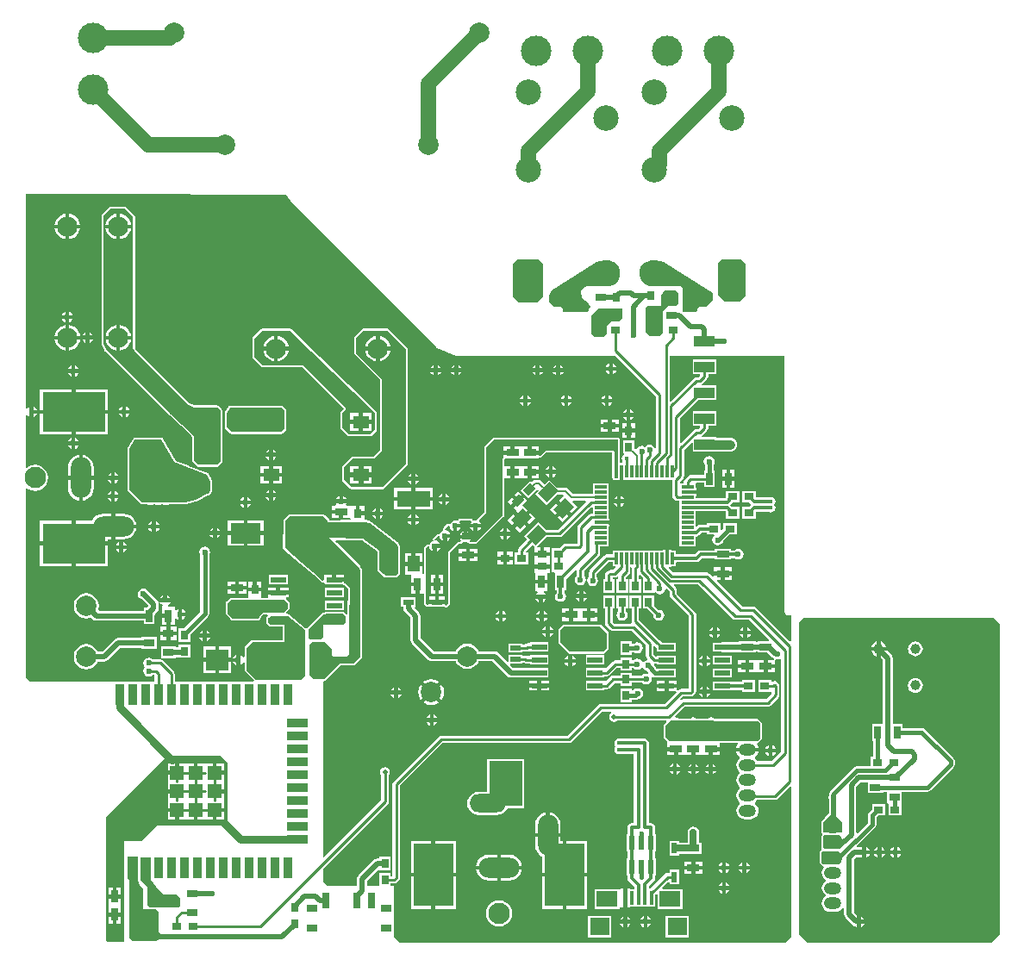
<source format=gtl>
G04*
G04 #@! TF.GenerationSoftware,Altium Limited,Altium Designer,20.0.10 (225)*
G04*
G04 Layer_Physical_Order=1*
G04 Layer_Color=255*
%FSLAX25Y25*%
%MOIN*%
G70*
G01*
G75*
%ADD18C,0.01000*%
%ADD91C,0.08268*%
%ADD101R,0.02756X0.05118*%
%ADD102R,0.03800X0.03100*%
%ADD103R,0.04331X0.03150*%
%ADD104R,0.04134X0.02165*%
%ADD105R,0.03100X0.03800*%
%ADD106R,0.07874X0.04331*%
%ADD107R,0.05118X0.02756*%
%ADD108R,0.05906X0.01968*%
%ADD109R,0.05118X0.13386*%
%ADD110R,0.08858X0.08346*%
%ADD111R,0.05236X0.05236*%
%ADD112R,0.03543X0.07874*%
%ADD113R,0.07874X0.03543*%
%ADD114R,0.02756X0.05906*%
%ADD115R,0.03937X0.03150*%
%ADD116R,0.15354X0.24410*%
%ADD117R,0.12992X0.17323*%
%ADD118R,0.03937X0.01968*%
%ADD119R,0.12992X0.06299*%
%ADD120R,0.04724X0.06299*%
%ADD121R,0.06102X0.04724*%
%ADD122R,0.11811X0.07874*%
%ADD123R,0.02165X0.04134*%
%ADD124R,0.06299X0.06299*%
%ADD125R,0.24410X0.15354*%
%ADD126R,0.17323X0.12992*%
G04:AMPARAMS|DCode=127|XSize=62.99mil|YSize=49.21mil|CornerRadius=0mil|HoleSize=0mil|Usage=FLASHONLY|Rotation=225.000|XOffset=0mil|YOffset=0mil|HoleType=Round|Shape=Rectangle|*
%AMROTATEDRECTD127*
4,1,4,0.00487,0.03967,0.03967,0.00487,-0.00487,-0.03967,-0.03967,-0.00487,0.00487,0.03967,0.0*
%
%ADD127ROTATEDRECTD127*%

G04:AMPARAMS|DCode=128|XSize=31mil|YSize=38mil|CornerRadius=0mil|HoleSize=0mil|Usage=FLASHONLY|Rotation=315.000|XOffset=0mil|YOffset=0mil|HoleType=Round|Shape=Rectangle|*
%AMROTATEDRECTD128*
4,1,4,-0.02439,-0.00248,0.00248,0.02439,0.02439,0.00248,-0.00248,-0.02439,-0.02439,-0.00248,0.0*
%
%ADD128ROTATEDRECTD128*%

%ADD129R,0.04724X0.01181*%
%ADD130R,0.01181X0.04724*%
%ADD131R,0.07480X0.07087*%
%ADD132R,0.08268X0.06299*%
%ADD133R,0.01575X0.05315*%
%ADD134R,0.02362X0.05354*%
%ADD135C,0.01500*%
%ADD136C,0.02000*%
%ADD137C,0.00800*%
%ADD138C,0.03500*%
%ADD139C,0.01200*%
%ADD140C,0.01473*%
%ADD141C,0.03000*%
%ADD142C,0.01100*%
%ADD143C,0.02500*%
%ADD144C,0.06000*%
%ADD145O,0.06693X0.04724*%
%ADD146C,0.03937*%
%ADD147C,0.07874*%
%ADD148C,0.11811*%
%ADD149C,0.09843*%
%ADD150C,0.01181*%
%ADD151O,0.14173X0.07087*%
%ADD152O,0.07874X0.15748*%
%ADD153O,0.15748X0.07874*%
%ADD154O,0.07087X0.14173*%
%ADD155C,0.02362*%
%ADD156C,0.01772*%
%ADD157C,0.01968*%
G36*
X227790Y265748D02*
X230084Y264798D01*
X231218Y263664D01*
X231890Y262042D01*
Y259612D01*
X230939Y257317D01*
X229806Y256184D01*
X228183Y255512D01*
X218588Y255512D01*
X218444Y255452D01*
X216835Y253843D01*
X217010Y251080D01*
X219858Y248875D01*
X219920Y248827D01*
X220351Y247736D01*
X220326Y247582D01*
X220240Y247255D01*
X219868Y246193D01*
X219130Y245669D01*
X214961Y245669D01*
X210236D01*
X209842Y246063D01*
X209842Y246850D01*
X209055Y247638D01*
X206299D01*
X204331Y249606D01*
X204331Y252047D01*
X205475Y254106D01*
X221654Y264173D01*
X222824Y264901D01*
X225787Y265748D01*
X227790Y265748D01*
D02*
G37*
G36*
X280315Y264173D02*
X280315Y251969D01*
X277953Y249606D01*
X272441Y249606D01*
X269685Y252362D01*
Y264567D01*
X271260Y266142D01*
X278346D01*
X280315Y264173D01*
D02*
G37*
G36*
X200000Y266142D02*
X201969Y264173D01*
X201969Y251575D01*
X199606Y249213D01*
X192913D01*
X190551Y251575D01*
Y264173D01*
X192520Y266142D01*
X200000Y266142D01*
D02*
G37*
G36*
X253543Y253937D02*
X254331Y253150D01*
X254331Y248819D01*
X253543Y248031D01*
X250394Y248031D01*
X248425Y246063D01*
X248425Y237402D01*
X247244Y236220D01*
X243307Y236221D01*
X241732Y237795D01*
X241732Y247244D01*
X242520Y248031D01*
X247684Y248031D01*
Y251877D01*
X249213Y253937D01*
X253543Y253937D01*
D02*
G37*
G36*
X248606Y264901D02*
X249776Y264173D01*
X267717Y253010D01*
X267717Y250224D01*
X265130Y247638D01*
X262374D01*
X261587Y246850D01*
X261587Y246063D01*
X261193Y245669D01*
X256469D01*
X256075Y246063D01*
X256075Y254949D01*
X255512Y255512D01*
X243246Y255512D01*
X241623Y256184D01*
X240490Y257317D01*
X239539Y259612D01*
Y262042D01*
X240212Y263664D01*
X241345Y264798D01*
X243639Y265748D01*
X245642Y265748D01*
X248606Y264901D01*
D02*
G37*
G36*
X232685Y243232D02*
X231504Y242051D01*
X228354D01*
X226780Y240476D01*
Y237327D01*
X225598Y236146D01*
X222055D01*
X220874Y237327D01*
Y244413D01*
X223630Y247169D01*
X232685D01*
Y243232D01*
D02*
G37*
G36*
X102756Y290945D02*
X104331Y288583D01*
X161206Y231707D01*
X168369Y228740D01*
X230006D01*
X245777Y212969D01*
Y192988D01*
X245277Y192938D01*
X245249Y193079D01*
X244789Y193768D01*
X244100Y194228D01*
X243287Y194390D01*
X242475Y194228D01*
X241786Y193768D01*
X241576Y193454D01*
X241069Y193792D01*
X240256Y193954D01*
X239443Y193792D01*
X238754Y193332D01*
X238309Y192665D01*
X238249Y192600D01*
X237871Y192512D01*
X237487Y192826D01*
Y196104D01*
X232985D01*
Y190903D01*
X233254D01*
X233405Y190403D01*
X233058Y190171D01*
X232663Y189579D01*
X232524Y188882D01*
X232663Y188184D01*
X232917Y187803D01*
Y187260D01*
X231915D01*
Y196223D01*
X231861Y196496D01*
X231706Y196728D01*
X231474Y196883D01*
X231201Y196938D01*
X223024Y196938D01*
X219169Y196938D01*
X183047D01*
X182773Y196883D01*
X182542Y196728D01*
X179687Y193874D01*
X179532Y193642D01*
X179478Y193368D01*
X179478Y168271D01*
X176947Y165741D01*
X176938Y165726D01*
X176923Y165715D01*
X176860Y165611D01*
X176793Y165509D01*
X176789Y165491D01*
X176780Y165476D01*
X176779Y165467D01*
X176573Y165230D01*
X176323Y165065D01*
X176296Y165054D01*
X175984Y165116D01*
X175172Y164954D01*
X174862Y165260D01*
X174804Y165346D01*
X174755Y165436D01*
X174726Y165460D01*
X174705Y165491D01*
X174619Y165547D01*
X174539Y165612D01*
X174503Y165623D01*
X174472Y165644D01*
X174371Y165663D01*
X174272Y165693D01*
X174235Y165689D01*
X174198Y165696D01*
X169937Y165661D01*
X169922Y165658D01*
X169908Y165660D01*
X169786Y165630D01*
X169664Y165605D01*
X169651Y165596D01*
X169637Y165593D01*
X169537Y165518D01*
X169433Y165448D01*
X169425Y165436D01*
X169413Y165427D01*
X169349Y165320D01*
X169326Y165286D01*
X169145Y165137D01*
X168854Y164968D01*
X168110Y165116D01*
X167298Y164954D01*
X166609Y164494D01*
X166148Y163805D01*
X165808Y163620D01*
X165683Y163670D01*
X165550Y163694D01*
X165418Y163721D01*
X165413Y163720D01*
X165409Y163721D01*
X165277Y163692D01*
X165145Y163666D01*
X165141Y163664D01*
X165136Y163663D01*
X165025Y163586D01*
X164913Y163511D01*
X163654Y162252D01*
X163579Y162140D01*
X163503Y162029D01*
X163502Y162025D01*
X163499Y162021D01*
X163473Y161888D01*
X163445Y161757D01*
X163446Y161752D01*
X163445Y161747D01*
X163471Y161615D01*
X163496Y161483D01*
X163545Y161357D01*
X163361Y161017D01*
X162672Y160557D01*
X162211Y159868D01*
X161871Y159683D01*
X161746Y159733D01*
X161614Y159757D01*
X161481Y159784D01*
X161476Y159783D01*
X161472Y159783D01*
X161340Y159756D01*
X161208Y159729D01*
X161204Y159727D01*
X161199Y159725D01*
X161088Y159649D01*
X160976Y159574D01*
X159717Y158315D01*
X159642Y158203D01*
X159566Y158092D01*
X159565Y158088D01*
X159562Y158084D01*
X159536Y157951D01*
X159508Y157820D01*
X159509Y157815D01*
X159508Y157810D01*
X159534Y157678D01*
X159558Y157545D01*
X159608Y157420D01*
X159424Y157080D01*
X158735Y156620D01*
X158274Y155931D01*
X157934Y155746D01*
X157809Y155796D01*
X157676Y155820D01*
X157544Y155847D01*
X157539Y155846D01*
X157535Y155847D01*
X157403Y155818D01*
X157271Y155792D01*
X157267Y155790D01*
X157262Y155789D01*
X157151Y155712D01*
X157039Y155637D01*
X156535Y155133D01*
X156509Y155094D01*
X156474Y155063D01*
X156182Y154684D01*
X156141Y154600D01*
X156089Y154522D01*
X156080Y154476D01*
X156059Y154434D01*
X156053Y154341D01*
X156034Y154249D01*
Y144367D01*
X156021Y144311D01*
X155831Y144211D01*
X155527Y144334D01*
X155331Y144513D01*
Y147435D01*
X148606D01*
Y144035D01*
X150716D01*
X151165Y143913D01*
X151165Y143535D01*
Y141104D01*
X153543D01*
Y140354D01*
X154293D01*
Y136795D01*
X155921D01*
X156034Y136342D01*
Y133015D01*
X156089Y132741D01*
X156244Y132510D01*
X156951Y131802D01*
X157183Y131647D01*
X157457Y131593D01*
X157730Y131647D01*
X157764Y131661D01*
X158256Y131681D01*
X158256Y131681D01*
X158256Y131681D01*
X163781D01*
X163817Y131657D01*
X164317Y131450D01*
X164591Y131396D01*
X164864Y131450D01*
X165096Y131605D01*
X165927Y132437D01*
X166082Y132668D01*
X166137Y132942D01*
X166137Y152685D01*
X169430Y155978D01*
X170236D01*
X170259Y155983D01*
X170283Y155980D01*
X170395Y156010D01*
X170509Y156033D01*
X170529Y156046D01*
X170552Y156052D01*
X170644Y156123D01*
X170741Y156188D01*
X170755Y156208D01*
X170773Y156222D01*
X170832Y156323D01*
X170852Y156354D01*
X171235Y156700D01*
X172047Y156538D01*
X172860Y156700D01*
X173242Y156354D01*
X173263Y156323D01*
X173321Y156222D01*
X173340Y156208D01*
X173353Y156188D01*
X173450Y156123D01*
X173542Y156052D01*
X173565Y156046D01*
X173585Y156033D01*
X173699Y156010D01*
X173811Y155980D01*
X173835Y155983D01*
X173858Y155978D01*
X176024Y155978D01*
X176297Y156033D01*
X176529Y156188D01*
X186800Y166458D01*
X186955Y166690D01*
X187009Y166964D01*
X187009Y181382D01*
X189506D01*
Y183760D01*
Y186138D01*
X187009D01*
Y188445D01*
X187202Y188574D01*
X187357Y188806D01*
X187411Y189079D01*
Y189161D01*
X193516D01*
Y189161D01*
X193689D01*
Y189161D01*
X200209D01*
Y189161D01*
X200696Y189273D01*
X200709Y189271D01*
X200970Y189219D01*
X201243Y189273D01*
X201475Y189428D01*
X203224Y191178D01*
X218935D01*
X224004Y191178D01*
X228911D01*
Y181595D01*
X228966Y181321D01*
X229118Y181093D01*
Y180835D01*
X229404D01*
X229549Y180737D01*
X229823Y180683D01*
X230787D01*
Y180535D01*
X231628D01*
Y180834D01*
X231701D01*
Y181138D01*
X231747Y181207D01*
X231801Y181480D01*
Y183898D01*
X232917D01*
X233026Y183351D01*
X233055Y183307D01*
Y180834D01*
X233128D01*
Y180535D01*
X233968D01*
Y180835D01*
X252027D01*
X252114Y180728D01*
Y174618D01*
X252223Y174071D01*
X252533Y173608D01*
X253096Y173045D01*
X253096Y173045D01*
X253559Y172735D01*
X254106Y172626D01*
X254106Y172626D01*
X254906D01*
Y170795D01*
Y166858D01*
Y162921D01*
Y158984D01*
Y155047D01*
X261032D01*
Y158745D01*
X261331D01*
X261917Y158861D01*
X262413Y159193D01*
X263500Y160280D01*
X265509D01*
Y159560D01*
X268149D01*
X268301Y159060D01*
X268183Y158981D01*
X267723Y158292D01*
X267561Y157480D01*
X267723Y156667D01*
X268183Y155978D01*
X268872Y155518D01*
X269684Y155356D01*
X270497Y155518D01*
X271186Y155978D01*
X271646Y156667D01*
X271733Y157103D01*
X274190Y159560D01*
X277011D01*
Y164062D01*
X271809D01*
Y161942D01*
X271173Y161305D01*
X270711Y161496D01*
Y164062D01*
X265509D01*
Y163342D01*
X262866D01*
X262280Y163225D01*
X261784Y162894D01*
X261493Y162603D01*
X261032Y162795D01*
Y164890D01*
Y168587D01*
X265554D01*
X265684Y168561D01*
X272638D01*
X272679Y168356D01*
X272793Y168186D01*
Y165741D01*
X277994D01*
Y170243D01*
X275329D01*
X275176Y170472D01*
X274546Y171102D01*
X275176Y171733D01*
X275329Y171962D01*
X277994D01*
Y176463D01*
X272793D01*
Y174019D01*
X272679Y173848D01*
X272638Y173643D01*
X266624D01*
X266495Y173669D01*
X261032D01*
Y174433D01*
X261331D01*
Y175274D01*
X261032D01*
Y175347D01*
X258559D01*
X258516Y175376D01*
X257968Y175484D01*
Y176563D01*
X258516Y176672D01*
X258559Y176701D01*
X261032D01*
Y176774D01*
X261331D01*
Y177614D01*
X261032D01*
Y179283D01*
X261297Y179673D01*
X264260D01*
Y177842D01*
X268417D01*
Y184362D01*
X268022D01*
Y186567D01*
X268300Y186983D01*
X268462Y187795D01*
X268300Y188608D01*
X267840Y189297D01*
X267151Y189757D01*
X266339Y189919D01*
X265526Y189757D01*
X264837Y189297D01*
X264377Y188608D01*
X264215Y187795D01*
X264377Y186983D01*
X264655Y186567D01*
Y184362D01*
X264260D01*
Y182531D01*
X258988D01*
X258441Y182423D01*
X257978Y182113D01*
X256958Y181093D01*
X256648Y180630D01*
X256540Y180083D01*
Y179283D01*
X254972D01*
Y180136D01*
X256254Y181418D01*
X256254Y181418D01*
X256563Y181881D01*
X256672Y182428D01*
Y192293D01*
X259467Y195088D01*
X259929Y194897D01*
Y191543D01*
X269205D01*
Y191735D01*
X274260D01*
X274409Y191715D01*
X275102Y191806D01*
X275747Y192074D01*
X276301Y192499D01*
X276726Y193052D01*
X276993Y193698D01*
X277084Y194390D01*
X276993Y195082D01*
X276726Y195727D01*
X276301Y196281D01*
X276281Y196301D01*
X275727Y196726D01*
X275082Y196993D01*
X274390Y197084D01*
X269205D01*
Y197276D01*
X263710D01*
X263559Y197776D01*
X263741Y197898D01*
X265577Y199734D01*
X265887Y200197D01*
X265996Y200744D01*
Y201543D01*
X269205D01*
Y207276D01*
X259929D01*
Y201543D01*
X262638D01*
X262845Y201043D01*
X262139Y200337D01*
X261266D01*
X260719Y200228D01*
X260256Y199918D01*
X255434Y195097D01*
X254972Y195289D01*
Y204566D01*
X261950Y211543D01*
X269205D01*
Y217276D01*
X263710D01*
X263559Y217776D01*
X263741Y217898D01*
X265577Y219734D01*
X265887Y220197D01*
X265996Y220744D01*
Y221543D01*
X269205D01*
Y227276D01*
X259929D01*
Y221543D01*
X262638D01*
X262845Y221043D01*
X262139Y220337D01*
X261266D01*
X260719Y220228D01*
X260256Y219918D01*
X260256Y219918D01*
X251497Y211160D01*
X251035Y211351D01*
Y228740D01*
X295539D01*
Y129665D01*
X295648Y129119D01*
X295958Y128655D01*
X296422Y128345D01*
X296969Y128236D01*
X298031D01*
Y118422D01*
X297569Y118231D01*
X284437Y131364D01*
X283973Y131673D01*
X283426Y131782D01*
X279172D01*
X269305Y141648D01*
X269497Y142110D01*
X270903D01*
Y143738D01*
X268094D01*
Y143513D01*
X267633Y143321D01*
X266511Y144443D01*
X266047Y144753D01*
X265501Y144861D01*
X252435D01*
X250688Y146609D01*
X250879Y147071D01*
X251685D01*
Y147370D01*
X253354D01*
Y148441D01*
X253693Y148863D01*
X261417D01*
X262003Y148979D01*
X262500Y149311D01*
X263626Y150437D01*
X268394D01*
Y149890D01*
X274913D01*
Y150437D01*
X276100D01*
X276746Y150006D01*
X277558Y149845D01*
X278371Y150006D01*
X279060Y150466D01*
X279520Y151155D01*
X279682Y151968D01*
X279520Y152781D01*
X279060Y153470D01*
X278371Y153930D01*
X277558Y154091D01*
X276746Y153930D01*
X276102Y153499D01*
X274913D01*
Y154047D01*
X268394D01*
Y153499D01*
X262992D01*
X262406Y153383D01*
X261910Y153051D01*
X260783Y151925D01*
X253852D01*
X253654Y151964D01*
X253354D01*
Y153496D01*
X251685D01*
Y153795D01*
X250845D01*
Y153496D01*
X250771D01*
Y151203D01*
X250648Y151019D01*
X250532Y150433D01*
X249628D01*
X249537Y150890D01*
X249417Y151068D01*
Y153496D01*
X249344D01*
Y153795D01*
X248504D01*
Y153496D01*
X229118D01*
Y151862D01*
X226750D01*
X226203Y151753D01*
X225739Y151444D01*
X225739Y151444D01*
X220249Y145954D01*
X219940Y145490D01*
X219831Y144943D01*
Y143282D01*
X219758Y143234D01*
X219298Y142545D01*
X219136Y141732D01*
X219298Y140920D01*
X219758Y140231D01*
X220447Y139770D01*
X221260Y139609D01*
X222073Y139770D01*
X222761Y140231D01*
X223222Y140920D01*
X223383Y141732D01*
X223222Y142545D01*
X222761Y143234D01*
X222689Y143282D01*
Y144351D01*
X227342Y149004D01*
X229118D01*
Y147370D01*
X230003D01*
X230194Y146908D01*
X229203Y145917D01*
X228145D01*
X227598Y145808D01*
X227134Y145499D01*
X226549Y144913D01*
X226239Y144449D01*
X226130Y143902D01*
Y142365D01*
X225308D01*
Y137163D01*
X229810D01*
Y142365D01*
X228988D01*
Y143059D01*
X229795D01*
X230342Y143168D01*
X230748Y143439D01*
X230965Y143382D01*
X231248Y143213D01*
Y142365D01*
X230426D01*
Y137163D01*
X234928D01*
Y142365D01*
X234106D01*
Y143067D01*
X235357Y144318D01*
X235357Y144318D01*
X235667Y144782D01*
X235775Y145328D01*
X235775Y145329D01*
Y146930D01*
X235943Y146982D01*
X236368Y146591D01*
X236366Y146583D01*
Y142365D01*
X235544D01*
Y137163D01*
X240046D01*
Y142365D01*
X239224D01*
Y143707D01*
X239724Y143914D01*
X240841Y142797D01*
X240663Y142365D01*
X240663D01*
Y137163D01*
X245164D01*
X245164Y137163D01*
Y137163D01*
X245664Y137198D01*
X245743Y137081D01*
X246431Y136621D01*
X247244Y136459D01*
X248057Y136621D01*
X248746Y137081D01*
X249206Y137770D01*
X249332Y138407D01*
X249832Y138614D01*
X250933Y137513D01*
Y136221D01*
X251042Y135674D01*
X251352Y135210D01*
X258414Y128148D01*
Y99854D01*
X255512D01*
X254965Y99745D01*
X254501Y99436D01*
X254354Y99289D01*
X253854Y99496D01*
Y100273D01*
X250652D01*
Y99039D01*
X253397D01*
X253605Y98539D01*
X249014Y93949D01*
X224409D01*
X223863Y93840D01*
X223399Y93530D01*
X223399Y93530D01*
X211613Y81744D01*
X162598D01*
X162051Y81635D01*
X161588Y81325D01*
X144265Y64003D01*
X143955Y63539D01*
X143847Y62992D01*
Y27444D01*
X143219D01*
Y28616D01*
X138718D01*
Y23622D01*
X133945D01*
Y25591D01*
X138259Y29905D01*
X138718Y29715D01*
Y29715D01*
X143219D01*
Y34916D01*
X138718D01*
Y34254D01*
X137927D01*
X137185Y34107D01*
X136556Y33686D01*
X130635Y27766D01*
X130215Y27136D01*
X130068Y26395D01*
Y23622D01*
X118504D01*
X116929Y25197D01*
Y30263D01*
X141955Y55289D01*
X141955Y55289D01*
X142265Y55752D01*
X142374Y56299D01*
Y66461D01*
X142721Y66981D01*
X142868Y67716D01*
X142721Y68452D01*
X142305Y69076D01*
X141681Y69493D01*
X140945Y69639D01*
X140209Y69493D01*
X139585Y69076D01*
X139169Y68452D01*
X139022Y67716D01*
X139169Y66981D01*
X139516Y66461D01*
Y56891D01*
X117391Y34766D01*
X116929Y34958D01*
Y102329D01*
X116929Y102586D01*
X117323Y102829D01*
X117393Y102843D01*
X117596Y102883D01*
X117828Y103038D01*
X123721Y108931D01*
X128740Y108931D01*
X129014Y108985D01*
X129245Y109140D01*
X131792Y111687D01*
X131947Y111919D01*
X132001Y112192D01*
Y113154D01*
Y126735D01*
X132134Y145598D01*
X132133Y145603D01*
X132134Y145608D01*
X132106Y145740D01*
X132081Y145871D01*
X132078Y145876D01*
X132077Y145881D01*
X131541Y147148D01*
X131465Y147259D01*
X131389Y147372D01*
X125622Y153178D01*
X125620Y153180D01*
X125618Y153183D01*
X122354Y156408D01*
X121729Y157041D01*
X121925Y157501D01*
X132031Y157394D01*
X137967Y152960D01*
X137967Y145965D01*
X138021Y145691D01*
X138176Y145459D01*
X138670Y144966D01*
X138697Y144947D01*
X138718Y144922D01*
X140846Y143151D01*
X140940Y143100D01*
X141029Y143041D01*
X141062Y143034D01*
X141091Y143018D01*
X141198Y143007D01*
X141303Y142986D01*
X144961D01*
X145019Y142998D01*
X145079Y142996D01*
X145155Y143025D01*
X145234Y143041D01*
X145284Y143074D01*
X145339Y143095D01*
X146442Y143784D01*
X146501Y143839D01*
X146568Y143885D01*
X146601Y143934D01*
X146645Y143975D01*
X146678Y144049D01*
X146723Y144116D01*
X146735Y144175D01*
X146759Y144229D01*
X146762Y144310D01*
X146777Y144390D01*
X146777Y154818D01*
X146773Y154842D01*
X146776Y154867D01*
X146746Y154978D01*
X146723Y155092D01*
X146710Y155112D01*
X146703Y155136D01*
X146051Y156451D01*
X146036Y156471D01*
X146028Y156494D01*
X145951Y156580D01*
X145880Y156672D01*
X145859Y156684D01*
X145843Y156703D01*
X135644Y164454D01*
X135539Y164505D01*
X135438Y164563D01*
X133605Y165176D01*
X133490Y165191D01*
X133376Y165213D01*
X133373Y165213D01*
X133019Y165566D01*
Y167065D01*
X130468D01*
Y167815D01*
X129718D01*
Y170715D01*
X127999D01*
X127527Y170783D01*
X127447Y170783D01*
X126133D01*
X125865Y171283D01*
X126070Y171590D01*
X126090Y171691D01*
X121941D01*
X121961Y171590D01*
X122166Y171283D01*
X121899Y170783D01*
X120409D01*
Y169156D01*
X123969D01*
Y168405D01*
X124718D01*
Y166027D01*
X127418D01*
X127527Y166027D01*
X127919Y165764D01*
Y165192D01*
X119455Y165159D01*
X119435Y165252D01*
X119409Y165383D01*
X119406Y165388D01*
X119404Y165394D01*
X119328Y165504D01*
X119254Y165614D01*
X117730Y167139D01*
X117498Y167294D01*
X117224Y167348D01*
X104035D01*
X103762Y167294D01*
X103530Y167139D01*
X101957Y165566D01*
X101883Y165455D01*
X101807Y165346D01*
X101806Y165340D01*
X101802Y165334D01*
X101776Y165203D01*
X101748Y165073D01*
X101557Y154192D01*
X101564Y154155D01*
X101560Y154117D01*
X101588Y154019D01*
X101607Y153918D01*
X101627Y153886D01*
X101637Y153850D01*
X101702Y153769D01*
X101757Y153683D01*
X101788Y153662D01*
X101812Y153632D01*
X108245Y148229D01*
X115031Y142529D01*
X116355Y141292D01*
X116468Y141221D01*
X116580Y141149D01*
X116586Y141148D01*
X116592Y141145D01*
X116724Y141123D01*
X116855Y141100D01*
X116861Y141101D01*
X116867Y141100D01*
X116997Y141130D01*
X117127Y141158D01*
X117142Y141165D01*
X117642Y140837D01*
Y140480D01*
X124585D01*
X124587Y140477D01*
X124588Y140474D01*
X124663Y140361D01*
X124737Y140247D01*
X124741Y140245D01*
X124743Y140242D01*
X124856Y140166D01*
X124968Y140090D01*
X124971Y140089D01*
X124975Y140087D01*
X125108Y140060D01*
X125240Y140032D01*
X125264Y140032D01*
X125819Y139553D01*
X126710Y138661D01*
X126507Y128951D01*
X126002Y128748D01*
X125308Y129442D01*
X125077Y129597D01*
X124803Y129651D01*
X118331Y129651D01*
X118058Y129597D01*
X116505Y128954D01*
X116273Y128799D01*
X110912Y123438D01*
X110836Y123325D01*
X110762Y123272D01*
X110427Y123203D01*
X110246Y123201D01*
X103810Y128693D01*
X103713Y128748D01*
X103620Y128810D01*
X103592Y128815D01*
X103567Y128829D01*
X103456Y128842D01*
X103347Y128864D01*
X103068D01*
X102843Y129364D01*
X103880Y130529D01*
X103940Y130632D01*
X104007Y130730D01*
X104011Y130751D01*
X104021Y130769D01*
X104038Y130887D01*
X104061Y131004D01*
Y133169D01*
X104056Y133194D01*
X104059Y133220D01*
X104029Y133330D01*
X104007Y133443D01*
X103992Y133464D01*
X103986Y133488D01*
X103915Y133579D01*
X103852Y133675D01*
X103831Y133689D01*
X103815Y133709D01*
X102695Y134681D01*
X102882Y135181D01*
X103595D01*
Y136415D01*
X95689D01*
Y135181D01*
X95265Y134997D01*
X93455Y134990D01*
X93200Y135489D01*
Y137534D01*
X90650D01*
X88100D01*
Y135470D01*
X88100Y135384D01*
X87893Y134970D01*
X87005Y134967D01*
X81595Y134967D01*
X81510Y134950D01*
X81425Y134946D01*
X81375Y134923D01*
X81321Y134912D01*
X81250Y134864D01*
X81172Y134828D01*
X79696Y133746D01*
X79659Y133705D01*
X79613Y133675D01*
X79565Y133603D01*
X79507Y133540D01*
X79488Y133488D01*
X79458Y133443D01*
X79441Y133359D01*
X79412Y133278D01*
X79414Y133223D01*
X79404Y133169D01*
Y130561D01*
X79404Y129035D01*
X79458Y128762D01*
X79613Y128530D01*
X80930Y127213D01*
X80979Y127140D01*
X81051Y127092D01*
X81581Y126562D01*
X81813Y126407D01*
X82087Y126352D01*
X91959Y126352D01*
X92066Y126374D01*
X92174Y126385D01*
X92202Y126401D01*
X92233Y126407D01*
X92323Y126467D01*
X92418Y126519D01*
X92438Y126544D01*
X92465Y126562D01*
X92525Y126652D01*
X92593Y126736D01*
X93225Y127949D01*
X94248Y128642D01*
X95464Y128665D01*
X95674Y128169D01*
X95437Y127934D01*
X95405Y127887D01*
X95364Y127850D01*
X95290Y127750D01*
X95254Y127672D01*
X95206Y127600D01*
X95195Y127547D01*
X95172Y127497D01*
X95168Y127411D01*
X95152Y127327D01*
X95152Y125394D01*
X95206Y125120D01*
X95361Y124888D01*
X96148Y124101D01*
X96380Y123946D01*
X96653Y123892D01*
X101254D01*
Y118825D01*
X89764D01*
X89490Y118770D01*
X89258Y118615D01*
X86896Y116253D01*
X86741Y116022D01*
X86687Y115748D01*
Y112205D01*
X86187Y112053D01*
X85825Y112596D01*
X85103Y113078D01*
X85002Y113098D01*
Y111024D01*
Y108949D01*
X85103Y108969D01*
X85825Y109451D01*
X86187Y109994D01*
X86687Y109842D01*
Y107087D01*
X86741Y106813D01*
X86896Y106581D01*
X90260Y103218D01*
X90069Y102756D01*
X59689D01*
Y105520D01*
X59689Y105520D01*
X59580Y106067D01*
X59270Y106530D01*
X54948Y110853D01*
X54595Y111089D01*
X54504Y111150D01*
X54496Y111187D01*
X54622Y111650D01*
X54783Y111650D01*
X54783Y111650D01*
X54800Y111650D01*
X60055D01*
Y111986D01*
X61234D01*
Y111867D01*
X65735D01*
Y117069D01*
X61234D01*
Y115864D01*
X60055D01*
Y116201D01*
X54323D01*
Y112070D01*
X54323Y111705D01*
X54117Y111245D01*
X54013Y111256D01*
X53937Y111272D01*
X53539Y111272D01*
X51156D01*
X51108Y111344D01*
X50419Y111804D01*
X49606Y111966D01*
X48794Y111804D01*
X48105Y111344D01*
X47644Y110655D01*
X47483Y109843D01*
X47644Y109030D01*
X47895Y108655D01*
X48071Y108268D01*
X47895Y107880D01*
X47644Y107506D01*
X47483Y106693D01*
X47644Y105880D01*
X48105Y105191D01*
X48794Y104731D01*
X49606Y104569D01*
X50419Y104731D01*
X51108Y105191D01*
X51156Y105264D01*
X51770D01*
X51831Y105203D01*
Y102756D01*
X3543D01*
X1969Y104331D01*
Y177413D01*
X2468Y177660D01*
X3114Y177165D01*
X4339Y176657D01*
X5654Y176484D01*
X6968Y176657D01*
X8193Y177165D01*
X9245Y177972D01*
X10052Y179024D01*
X10559Y180248D01*
X10732Y181563D01*
X10559Y182878D01*
X10052Y184102D01*
X9245Y185154D01*
X8193Y185961D01*
X6968Y186469D01*
X5654Y186642D01*
X4339Y186469D01*
X3114Y185961D01*
X2468Y185466D01*
X1969Y185713D01*
X1969Y205796D01*
X2468Y205948D01*
X2758Y205514D01*
X3480Y205032D01*
X3581Y205012D01*
Y207087D01*
Y209161D01*
X3480Y209141D01*
X2758Y208659D01*
X2468Y208225D01*
X1969Y208377D01*
Y291338D01*
X29528Y291339D01*
X102756Y290945D01*
D02*
G37*
G36*
X231201Y186961D02*
X231087D01*
Y181480D01*
X231004Y181398D01*
X229823D01*
X229626Y181595D01*
Y191732D01*
X229331Y191892D01*
X224004D01*
X218935Y191892D01*
X202928D01*
X200970Y189934D01*
X200508Y190125D01*
Y190490D01*
X196949D01*
Y191240D01*
X196199D01*
Y193618D01*
X191006D01*
Y191240D01*
X190256D01*
Y190490D01*
X186697D01*
Y189079D01*
X186294D01*
X186294Y166964D01*
X176024Y156693D01*
X173858Y156693D01*
X173689Y157193D01*
X174102Y157810D01*
X174122Y157911D01*
X169973D01*
X169993Y157810D01*
X170405Y157193D01*
X170236Y156693D01*
X169134D01*
X165422Y152981D01*
X165422Y132942D01*
X164591Y132110D01*
X164091Y132317D01*
Y132714D01*
X161024D01*
X157957D01*
Y132514D01*
X157457Y132307D01*
X156749Y133015D01*
Y154249D01*
X157040Y154628D01*
X157544Y155132D01*
X158050Y154930D01*
X158182Y154267D01*
X158664Y153546D01*
X159385Y153064D01*
X159486Y153043D01*
Y155118D01*
X160236D01*
Y155868D01*
X162311D01*
X162291Y155969D01*
X161809Y156691D01*
X161087Y157173D01*
X160424Y157305D01*
X160222Y157810D01*
X161481Y159069D01*
X161987Y158868D01*
X162119Y158204D01*
X162601Y157483D01*
X163322Y157001D01*
X163423Y156981D01*
Y159055D01*
X164173D01*
Y159805D01*
X166248D01*
X166228Y159906D01*
X165746Y160628D01*
X165024Y161110D01*
X164361Y161242D01*
X164159Y161747D01*
X165418Y163006D01*
X165924Y162804D01*
X166056Y162141D01*
X166538Y161420D01*
X167259Y160938D01*
X167360Y160917D01*
Y162992D01*
X168110D01*
Y163742D01*
X170185D01*
X170165Y163843D01*
X169763Y164445D01*
X169942Y164947D01*
X174204Y164981D01*
X174357Y164483D01*
X173930Y163843D01*
X173910Y163742D01*
X178059D01*
X178039Y163843D01*
X177557Y164565D01*
X177483Y164614D01*
X177453Y165235D01*
X180192Y167975D01*
X180192Y193368D01*
X183047Y196223D01*
X219169D01*
X223024Y196223D01*
X231201Y196223D01*
Y186961D01*
D02*
G37*
G36*
X118749Y165109D02*
X118761Y164442D01*
X133378Y164499D01*
X135211Y163885D01*
X145410Y156134D01*
X146063Y154818D01*
X146063Y144390D01*
X144961Y143701D01*
X141303D01*
X139175Y145471D01*
X138681Y145965D01*
X138681Y153318D01*
X132272Y158106D01*
X119540Y158241D01*
X121848Y155903D01*
X125115Y152674D01*
X130883Y146869D01*
X131419Y145603D01*
X131287Y126737D01*
Y113154D01*
Y112192D01*
X128740Y109646D01*
X123425Y109646D01*
X117323Y103543D01*
X113484D01*
X111710Y105022D01*
Y116732D01*
X112598Y117864D01*
X117667D01*
X120472Y115396D01*
X120473Y113091D01*
X121251Y112312D01*
X126092D01*
X127147Y113367D01*
X127147Y125403D01*
X127431Y138951D01*
X126305Y140076D01*
X125534Y140744D01*
X125248Y140747D01*
Y141415D01*
X121295D01*
Y142165D01*
X120545D01*
Y144150D01*
X117342D01*
Y142031D01*
X116842Y141814D01*
X115505Y143064D01*
X108705Y148776D01*
X102271Y154179D01*
X102462Y165061D01*
X104035Y166634D01*
X117224D01*
X118749Y165109D01*
D02*
G37*
G36*
X103347Y133169D02*
Y131004D01*
X101945Y129429D01*
X98032Y129429D01*
X94023Y129352D01*
X92675Y128440D01*
X91959Y127067D01*
X82087Y127067D01*
X80118Y129035D01*
X80118Y130561D01*
Y133169D01*
X81595Y134252D01*
X87008Y134252D01*
X102036Y134307D01*
X103347Y133169D01*
D02*
G37*
G36*
X125886Y127854D02*
X125886Y125591D01*
X124803Y124508D01*
X116929D01*
Y119882D01*
X115945Y118898D01*
X112205D01*
X111417Y119685D01*
Y122933D01*
X116778Y128294D01*
X118331Y128937D01*
X124803Y128937D01*
X125886Y127854D01*
D02*
G37*
G36*
X275325Y126942D02*
X275789Y126632D01*
X276336Y126524D01*
X276336Y126524D01*
X281692D01*
X289533Y118682D01*
X289341Y118220D01*
X284929D01*
Y118080D01*
X284362D01*
Y118220D01*
X277842D01*
Y117962D01*
X271555D01*
X270813Y117815D01*
X270654Y117708D01*
X267902D01*
Y114338D01*
X270654D01*
X270813Y114232D01*
X271555Y114084D01*
X277842D01*
Y114063D01*
X284362D01*
Y114203D01*
X284929D01*
Y114063D01*
X288707D01*
X290755Y112015D01*
X291353Y111616D01*
X291384Y111595D01*
X291465Y111539D01*
X291313Y111042D01*
X291259Y111039D01*
X291267Y111039D01*
X291313Y111041D01*
X291313Y111041D01*
X291267Y111039D01*
X291267Y111039D01*
X291259Y111039D01*
X288939D01*
Y109411D01*
X291748D01*
Y110596D01*
X291748Y110598D01*
Y110598D01*
X291748Y111012D01*
X291756Y111059D01*
X291816Y111124D01*
X292314Y111381D01*
X292913Y111262D01*
X293726Y111424D01*
X293799Y111473D01*
X294240Y111237D01*
Y75587D01*
X290555Y71902D01*
X285027D01*
X284938Y72118D01*
X284414Y72800D01*
X284091Y73048D01*
Y73678D01*
X284485Y73980D01*
X285023Y74682D01*
X285362Y75500D01*
X285379Y75628D01*
X281102D01*
X276826D01*
X276842Y75500D01*
X277181Y74682D01*
X277720Y73980D01*
X278113Y73678D01*
Y73048D01*
X277790Y72800D01*
X277267Y72118D01*
X276938Y71324D01*
X276826Y70472D01*
X276938Y69620D01*
X277267Y68827D01*
X277790Y68145D01*
X278207Y67825D01*
Y67214D01*
X277790Y66895D01*
X277267Y66213D01*
X276938Y65419D01*
X276826Y64567D01*
X276938Y63715D01*
X277267Y62921D01*
X277790Y62239D01*
X278207Y61919D01*
Y61309D01*
X277790Y60989D01*
X277267Y60307D01*
X276938Y59513D01*
X276826Y58661D01*
X276938Y57809D01*
X277267Y57015D01*
X277790Y56334D01*
X278207Y56014D01*
Y55403D01*
X277790Y55084D01*
X277267Y54402D01*
X276938Y53608D01*
X276826Y52756D01*
X276938Y51904D01*
X277267Y51110D01*
X277790Y50428D01*
X278472Y49905D01*
X279266Y49576D01*
X280118Y49464D01*
X282087D01*
X282939Y49576D01*
X283733Y49905D01*
X284414Y50428D01*
X284938Y51110D01*
X285266Y51904D01*
X285379Y52756D01*
X285266Y53608D01*
X284938Y54402D01*
X284414Y55084D01*
X283998Y55403D01*
Y56014D01*
X284414Y56334D01*
X284802Y56839D01*
X291732D01*
X292279Y56947D01*
X292743Y57257D01*
X297569Y62084D01*
X298031Y61893D01*
Y7874D01*
X298031Y3937D01*
X295669Y1575D01*
X146850D01*
X144488Y3937D01*
Y23622D01*
X143219D01*
Y24586D01*
X144519D01*
X145066Y24695D01*
X145530Y25005D01*
X146286Y25761D01*
X146596Y26225D01*
X146705Y26772D01*
Y62400D01*
X163190Y78886D01*
X212205D01*
X212752Y78995D01*
X213215Y79304D01*
X225001Y91091D01*
X228397D01*
X228549Y90591D01*
X228168Y90336D01*
X227751Y89712D01*
X227605Y88976D01*
X227751Y88241D01*
X228168Y87617D01*
X228792Y87200D01*
X229528Y87054D01*
X230263Y87200D01*
X230783Y87547D01*
X249663D01*
X249854Y87085D01*
X248806Y86037D01*
X248651Y85805D01*
X248597Y85532D01*
Y81398D01*
X248651Y81124D01*
X248806Y80892D01*
X250245Y79453D01*
X250038Y78953D01*
X249984D01*
Y77325D01*
X253543D01*
Y76575D01*
X254293D01*
Y74197D01*
X259486D01*
Y76575D01*
X260986D01*
Y74197D01*
X266179D01*
Y76575D01*
X266929D01*
Y77325D01*
X270488D01*
X270488Y78953D01*
X270965Y79010D01*
X277270D01*
X277516Y78510D01*
X277181Y78074D01*
X276842Y77256D01*
X276826Y77128D01*
X281102D01*
X285379D01*
X285362Y77256D01*
X285023Y78074D01*
X284689Y78510D01*
X284935Y79010D01*
X284941D01*
X285214Y79064D01*
X285446Y79219D01*
X286430Y80203D01*
X286585Y80435D01*
X286640Y80709D01*
X286640Y86516D01*
X286585Y86789D01*
X286430Y87021D01*
X285450Y88001D01*
X285336Y88077D01*
X285223Y88154D01*
X285220Y88155D01*
X285219Y88156D01*
X285085Y88182D01*
X284949Y88210D01*
X268293Y88311D01*
X267742Y88679D01*
X266929Y88841D01*
X266116Y88679D01*
X265589Y88327D01*
X261539Y88352D01*
X261049Y88679D01*
X260236Y88841D01*
X259424Y88679D01*
X258956Y88367D01*
X254785Y88393D01*
X254356Y88679D01*
X253543Y88841D01*
X253323Y88797D01*
X253077Y89258D01*
X256877Y93059D01*
X288976D01*
X289523Y93168D01*
X289987Y93478D01*
X293011Y96502D01*
X293321Y96966D01*
X293430Y97513D01*
Y101001D01*
X293434Y101023D01*
X293296Y101721D01*
X292900Y102312D01*
X292309Y102707D01*
X291612Y102846D01*
X290969Y102718D01*
X290860Y102744D01*
X290469Y103011D01*
Y103274D01*
X285268D01*
Y98772D01*
X290469D01*
X290572Y98315D01*
Y98105D01*
X288384Y95917D01*
X256286D01*
X256286Y95917D01*
X255739Y95808D01*
X255390Y95576D01*
X255072Y95964D01*
X256104Y96996D01*
X259257D01*
X259804Y97105D01*
X260267Y97415D01*
X260853Y98001D01*
X261163Y98464D01*
X261272Y99011D01*
Y128740D01*
X261163Y129287D01*
X260853Y129751D01*
X253791Y136812D01*
Y138105D01*
X253791Y138105D01*
X253682Y138652D01*
X253373Y139116D01*
X252647Y139841D01*
X252838Y140303D01*
X261965D01*
X275325Y126942D01*
D02*
G37*
G36*
X109929Y122532D02*
Y105135D01*
X108340Y103248D01*
X103839Y103248D01*
X91240D01*
X87402Y107087D01*
Y115748D01*
X89764Y118110D01*
X101969D01*
Y124606D01*
X96653D01*
X95866Y125394D01*
X95866Y127327D01*
X95939Y127426D01*
X96670Y128150D01*
X102067Y128150D01*
X103347D01*
X109929Y122532D01*
D02*
G37*
G36*
X284945Y87496D02*
X285925Y86516D01*
X285925Y80709D01*
X284941Y79724D01*
X250984D01*
X249311Y81398D01*
Y85532D01*
X251478Y87698D01*
X284945Y87496D01*
D02*
G37*
G36*
X79921Y71260D02*
Y48819D01*
X77559Y46850D01*
X52756D01*
X46850Y40945D01*
X40157Y40945D01*
Y1969D01*
X33858D01*
X33071Y2756D01*
X33071Y50394D01*
X56693Y74016D01*
X58661Y74016D01*
X77165Y74016D01*
X79921Y71260D01*
D02*
G37*
G36*
X50394Y26147D02*
X52308Y23283D01*
X55118Y20472D01*
X60236D01*
X61811Y18898D01*
Y16142D01*
X61024Y15354D01*
X50000D01*
X49213Y16142D01*
Y23228D01*
X46457Y25984D01*
Y34646D01*
X50394D01*
X50394Y26147D01*
D02*
G37*
G36*
X45276Y25754D02*
X45948Y24131D01*
X47343Y22736D01*
Y14567D01*
X52362Y14567D01*
X53543Y13386D01*
Y10236D01*
X53543Y5906D01*
X55118Y4331D01*
Y3667D01*
X52569Y2362D01*
X51863Y2362D01*
X46457Y2362D01*
X43307Y2362D01*
X42126Y3543D01*
X42126Y25984D01*
X41339Y26772D01*
Y35039D01*
X45276D01*
X45276Y25754D01*
D02*
G37*
G36*
X378740Y125000D02*
Y4921D01*
X375590Y1772D01*
X304331Y1772D01*
X301181Y4921D01*
X301181Y125787D01*
X302756Y127362D01*
X305906Y127362D01*
X376378D01*
X378740Y125000D01*
D02*
G37*
%LPC*%
G36*
X18860Y283621D02*
Y279490D01*
X22991D01*
X22920Y280029D01*
X22423Y281230D01*
X21631Y282261D01*
X20600Y283053D01*
X19399Y283550D01*
X18860Y283621D01*
D02*
G37*
G36*
X17360D02*
X16821Y283550D01*
X15620Y283053D01*
X14589Y282261D01*
X13798Y281230D01*
X13300Y280029D01*
X13229Y279490D01*
X17360D01*
Y283621D01*
D02*
G37*
G36*
X22991Y277990D02*
X18860D01*
Y273859D01*
X19399Y273930D01*
X20600Y274428D01*
X21631Y275219D01*
X22423Y276250D01*
X22920Y277451D01*
X22991Y277990D01*
D02*
G37*
G36*
X17360D02*
X13229D01*
X13300Y277451D01*
X13798Y276250D01*
X14589Y275219D01*
X15620Y274428D01*
X16821Y273930D01*
X17360Y273859D01*
Y277990D01*
D02*
G37*
G36*
X18860Y245775D02*
Y244451D01*
X20185D01*
X20165Y244552D01*
X19683Y245273D01*
X18961Y245755D01*
X18860Y245775D01*
D02*
G37*
G36*
X17360D02*
X17259Y245755D01*
X16538Y245273D01*
X16056Y244552D01*
X16036Y244451D01*
X17360D01*
Y245775D01*
D02*
G37*
G36*
X20185Y242951D02*
X18860D01*
Y241626D01*
X18961Y241646D01*
X19683Y242128D01*
X20165Y242850D01*
X20185Y242951D01*
D02*
G37*
G36*
X17360D02*
X16036D01*
X16056Y242850D01*
X16538Y242128D01*
X17259Y241646D01*
X17360Y241626D01*
Y242951D01*
D02*
G37*
G36*
X26734Y237901D02*
Y236577D01*
X28059D01*
X28039Y236678D01*
X27557Y237399D01*
X26835Y237881D01*
X26734Y237901D01*
D02*
G37*
G36*
X25234D02*
X25133Y237881D01*
X24412Y237399D01*
X23930Y236678D01*
X23910Y236577D01*
X25234D01*
Y237901D01*
D02*
G37*
G36*
X18876Y240546D02*
Y236415D01*
X23007D01*
X22936Y236954D01*
X22438Y238155D01*
X21647Y239187D01*
X20616Y239978D01*
X19415Y240475D01*
X18876Y240546D01*
D02*
G37*
G36*
X17376D02*
X16837Y240475D01*
X15636Y239978D01*
X14605Y239187D01*
X13814Y238155D01*
X13316Y236954D01*
X13245Y236415D01*
X17376D01*
Y240546D01*
D02*
G37*
G36*
X28059Y235077D02*
X26734D01*
Y233752D01*
X26835Y233772D01*
X27557Y234254D01*
X28039Y234976D01*
X28059Y235077D01*
D02*
G37*
G36*
X25234D02*
X23910D01*
X23930Y234976D01*
X24412Y234254D01*
X25133Y233772D01*
X25234Y233752D01*
Y235077D01*
D02*
G37*
G36*
X23007Y234915D02*
X18876D01*
Y230785D01*
X19415Y230855D01*
X20616Y231353D01*
X21647Y232144D01*
X22438Y233176D01*
X22936Y234377D01*
X23007Y234915D01*
D02*
G37*
G36*
X17376D02*
X13245D01*
X13316Y234377D01*
X13814Y233176D01*
X14605Y232144D01*
X15636Y231353D01*
X16837Y230855D01*
X17376Y230785D01*
Y234915D01*
D02*
G37*
G36*
X229097Y225697D02*
Y224372D01*
X230421D01*
X230401Y224473D01*
X229919Y225195D01*
X229198Y225677D01*
X229097Y225697D01*
D02*
G37*
G36*
X227596D02*
X227495Y225677D01*
X226774Y225195D01*
X226292Y224473D01*
X226272Y224372D01*
X227596D01*
Y225697D01*
D02*
G37*
G36*
X208624Y225303D02*
Y223978D01*
X209949D01*
X209929Y224079D01*
X209447Y224801D01*
X208725Y225283D01*
X208624Y225303D01*
D02*
G37*
G36*
X207124D02*
X207023Y225283D01*
X206301Y224801D01*
X205820Y224079D01*
X205799Y223978D01*
X207124D01*
Y225303D01*
D02*
G37*
G36*
X200750D02*
Y223978D01*
X202075D01*
X202055Y224079D01*
X201572Y224801D01*
X200851Y225283D01*
X200750Y225303D01*
D02*
G37*
G36*
X199250D02*
X199149Y225283D01*
X198427Y224801D01*
X197945Y224079D01*
X197925Y223978D01*
X199250D01*
Y225303D01*
D02*
G37*
G36*
X169254D02*
Y223978D01*
X170579D01*
X170559Y224079D01*
X170076Y224801D01*
X169355Y225283D01*
X169254Y225303D01*
D02*
G37*
G36*
X167754D02*
X167653Y225283D01*
X166931Y224801D01*
X166449Y224079D01*
X166429Y223978D01*
X167754D01*
Y225303D01*
D02*
G37*
G36*
X161380D02*
Y223978D01*
X162705D01*
X162685Y224079D01*
X162202Y224801D01*
X161481Y225283D01*
X161380Y225303D01*
D02*
G37*
G36*
X159880D02*
X159779Y225283D01*
X159057Y224801D01*
X158575Y224079D01*
X158555Y223978D01*
X159880D01*
Y225303D01*
D02*
G37*
G36*
X21222Y224909D02*
Y223585D01*
X22547D01*
X22527Y223686D01*
X22045Y224407D01*
X21324Y224889D01*
X21222Y224909D01*
D02*
G37*
G36*
X19722D02*
X19621Y224889D01*
X18900Y224407D01*
X18418Y223686D01*
X18398Y223585D01*
X19722D01*
Y224909D01*
D02*
G37*
G36*
X230421Y222872D02*
X229097D01*
Y221547D01*
X229198Y221568D01*
X229919Y222049D01*
X230401Y222771D01*
X230421Y222872D01*
D02*
G37*
G36*
X227596D02*
X226272D01*
X226292Y222771D01*
X226774Y222049D01*
X227495Y221568D01*
X227596Y221547D01*
Y222872D01*
D02*
G37*
G36*
X209949Y222478D02*
X208624D01*
Y221154D01*
X208725Y221174D01*
X209447Y221656D01*
X209929Y222377D01*
X209949Y222478D01*
D02*
G37*
G36*
X207124D02*
X205799D01*
X205820Y222377D01*
X206301Y221656D01*
X207023Y221174D01*
X207124Y221154D01*
Y222478D01*
D02*
G37*
G36*
X202075D02*
X200750D01*
Y221154D01*
X200851Y221174D01*
X201572Y221656D01*
X202055Y222377D01*
X202075Y222478D01*
D02*
G37*
G36*
X199250D02*
X197925D01*
X197945Y222377D01*
X198427Y221656D01*
X199149Y221174D01*
X199250Y221154D01*
Y222478D01*
D02*
G37*
G36*
X170579D02*
X169254D01*
Y221154D01*
X169355Y221174D01*
X170076Y221656D01*
X170559Y222377D01*
X170579Y222478D01*
D02*
G37*
G36*
X167754D02*
X166429D01*
X166449Y222377D01*
X166931Y221656D01*
X167653Y221174D01*
X167754Y221154D01*
Y222478D01*
D02*
G37*
G36*
X162705D02*
X161380D01*
Y221154D01*
X161481Y221174D01*
X162202Y221656D01*
X162685Y222377D01*
X162705Y222478D01*
D02*
G37*
G36*
X159880D02*
X158555D01*
X158575Y222377D01*
X159057Y221656D01*
X159779Y221174D01*
X159880Y221154D01*
Y222478D01*
D02*
G37*
G36*
X22547Y222085D02*
X21222D01*
Y220760D01*
X21324Y220780D01*
X22045Y221262D01*
X22527Y221984D01*
X22547Y222085D01*
D02*
G37*
G36*
X19722D02*
X18398D01*
X18418Y221984D01*
X18900Y221262D01*
X19621Y220780D01*
X19722Y220760D01*
Y222085D01*
D02*
G37*
G36*
X227522Y213492D02*
Y212167D01*
X228846D01*
X228826Y212268D01*
X228344Y212990D01*
X227623Y213472D01*
X227522Y213492D01*
D02*
G37*
G36*
X226022D02*
X225921Y213472D01*
X225199Y212990D01*
X224717Y212268D01*
X224697Y212167D01*
X226022D01*
Y213492D01*
D02*
G37*
G36*
X211774D02*
Y212167D01*
X213098D01*
X213078Y212268D01*
X212596Y212990D01*
X211875Y213472D01*
X211774Y213492D01*
D02*
G37*
G36*
X210274D02*
X210173Y213472D01*
X209451Y212990D01*
X208969Y212268D01*
X208949Y212167D01*
X210274D01*
Y213492D01*
D02*
G37*
G36*
X196026D02*
Y212167D01*
X197350D01*
X197330Y212268D01*
X196848Y212990D01*
X196127Y213472D01*
X196026Y213492D01*
D02*
G37*
G36*
X194526D02*
X194425Y213472D01*
X193703Y212990D01*
X193221Y212268D01*
X193201Y212167D01*
X194526D01*
Y213492D01*
D02*
G37*
G36*
X228846Y210667D02*
X227522D01*
Y209343D01*
X227623Y209363D01*
X228344Y209845D01*
X228826Y210566D01*
X228846Y210667D01*
D02*
G37*
G36*
X226022D02*
X224697D01*
X224717Y210566D01*
X225199Y209845D01*
X225921Y209363D01*
X226022Y209343D01*
Y210667D01*
D02*
G37*
G36*
X213098D02*
X211774D01*
Y209343D01*
X211875Y209363D01*
X212596Y209845D01*
X213078Y210566D01*
X213098Y210667D01*
D02*
G37*
G36*
X210274D02*
X208949D01*
X208969Y210566D01*
X209451Y209845D01*
X210173Y209363D01*
X210274Y209343D01*
Y210667D01*
D02*
G37*
G36*
X197350D02*
X196026D01*
Y209343D01*
X196127Y209363D01*
X196848Y209845D01*
X197330Y210566D01*
X197350Y210667D01*
D02*
G37*
G36*
X194526D02*
X193201D01*
X193221Y210566D01*
X193703Y209845D01*
X194425Y209363D01*
X194526Y209343D01*
Y210667D01*
D02*
G37*
G36*
X40907Y209161D02*
Y207837D01*
X42232D01*
X42212Y207938D01*
X41730Y208659D01*
X41008Y209141D01*
X40907Y209161D01*
D02*
G37*
G36*
X39408D02*
X39307Y209141D01*
X38585Y208659D01*
X38103Y207938D01*
X38083Y207837D01*
X39408D01*
Y209161D01*
D02*
G37*
G36*
X5081D02*
Y207837D01*
X6405D01*
X6385Y207938D01*
X5903Y208659D01*
X5182Y209141D01*
X5081Y209161D01*
D02*
G37*
G36*
X33819Y215634D02*
X21364D01*
Y207707D01*
X33819D01*
Y215634D01*
D02*
G37*
G36*
X19864D02*
X7409D01*
Y207707D01*
X19864D01*
Y215634D01*
D02*
G37*
G36*
X235789Y207980D02*
Y206656D01*
X237114D01*
X237094Y206756D01*
X236612Y207478D01*
X235890Y207960D01*
X235789Y207980D01*
D02*
G37*
G36*
X234289D02*
X234188Y207960D01*
X233467Y207478D01*
X232985Y206756D01*
X232965Y206656D01*
X234289D01*
Y207980D01*
D02*
G37*
G36*
X42232Y206337D02*
X40907D01*
Y205012D01*
X41008Y205032D01*
X41730Y205514D01*
X42212Y206236D01*
X42232Y206337D01*
D02*
G37*
G36*
X39408D02*
X38083D01*
X38103Y206236D01*
X38585Y205514D01*
X39307Y205032D01*
X39408Y205012D01*
Y206337D01*
D02*
G37*
G36*
X6405D02*
X5081D01*
Y205012D01*
X5182Y205032D01*
X5903Y205514D01*
X6385Y206236D01*
X6405Y206337D01*
D02*
G37*
G36*
X237114Y205155D02*
X235789D01*
Y203831D01*
X235890Y203851D01*
X236612Y204333D01*
X237094Y205054D01*
X237114Y205155D01*
D02*
G37*
G36*
X234289D02*
X232965D01*
X232985Y205054D01*
X233467Y204333D01*
X234188Y203851D01*
X234289Y203831D01*
Y205155D01*
D02*
G37*
G36*
X231413Y204051D02*
X228604D01*
Y202423D01*
X231413D01*
Y204051D01*
D02*
G37*
G36*
X227104D02*
X224295D01*
Y202423D01*
X227104D01*
Y204051D01*
D02*
G37*
G36*
X237786Y202703D02*
X235986D01*
Y200554D01*
X237786D01*
Y202703D01*
D02*
G37*
G36*
X234486D02*
X232686D01*
Y200554D01*
X234486D01*
Y202703D01*
D02*
G37*
G36*
X231413Y200923D02*
X228604D01*
Y199295D01*
X231413D01*
Y200923D01*
D02*
G37*
G36*
X227104D02*
X224295D01*
Y199295D01*
X227104D01*
Y200923D01*
D02*
G37*
G36*
X101143Y209376D02*
X81010D01*
X80911Y209356D01*
X80810Y209347D01*
X80775Y209329D01*
X80737Y209321D01*
X80653Y209265D01*
X80563Y209219D01*
X80538Y209189D01*
X80505Y209167D01*
X80449Y209083D01*
X80384Y209005D01*
X79196Y206840D01*
X79185Y206802D01*
X79163Y206769D01*
X79143Y206670D01*
X79112Y206574D01*
X79116Y206535D01*
X79108Y206496D01*
Y200984D01*
X79163Y200711D01*
X79318Y200479D01*
X81089Y198707D01*
X81321Y198553D01*
X81595Y198498D01*
X100886D01*
X101159Y198553D01*
X101391Y198707D01*
X102621Y199938D01*
X102776Y200169D01*
X102831Y200443D01*
Y207382D01*
X102813Y207472D01*
X102807Y207564D01*
X102786Y207608D01*
X102776Y207655D01*
X102725Y207732D01*
X102685Y207815D01*
X101711Y209094D01*
X101675Y209126D01*
X101648Y209167D01*
X101571Y209218D01*
X101502Y209279D01*
X101456Y209295D01*
X101416Y209321D01*
X101326Y209339D01*
X101239Y209369D01*
X101190Y209366D01*
X101143Y209376D01*
D02*
G37*
G36*
X33819Y206207D02*
X21364D01*
Y198280D01*
X33819D01*
Y206207D01*
D02*
G37*
G36*
X19864D02*
X7409D01*
Y198280D01*
X19864D01*
Y206207D01*
D02*
G37*
G36*
X104232Y239199D02*
X93504D01*
X93230Y239144D01*
X92999Y238989D01*
X89849Y235840D01*
X89694Y235608D01*
X89640Y235335D01*
Y228445D01*
X89694Y228171D01*
X89849Y227940D01*
X93294Y224495D01*
X93526Y224340D01*
X93799Y224286D01*
X109153Y224286D01*
X125121Y208317D01*
X123904Y207100D01*
X123749Y206868D01*
X123695Y206594D01*
Y200984D01*
X123749Y200711D01*
X123904Y200479D01*
X126660Y197723D01*
X126892Y197568D01*
X127165Y197514D01*
X135236Y197514D01*
X135510Y197568D01*
X135741Y197723D01*
X137611Y199593D01*
X137766Y199825D01*
X137821Y200098D01*
X137821Y206594D01*
X137820Y206600D01*
X137821Y206605D01*
X137793Y206736D01*
X137766Y206868D01*
X137763Y206873D01*
X137762Y206878D01*
X137686Y206988D01*
X137611Y207100D01*
X137607Y207103D01*
X137604Y207107D01*
X104730Y238997D01*
X104617Y239070D01*
X104506Y239144D01*
X104500Y239145D01*
X104496Y239148D01*
X104364Y239173D01*
X104232Y239199D01*
D02*
G37*
G36*
X237786Y199054D02*
X235986D01*
Y196904D01*
X237786D01*
Y199054D01*
D02*
G37*
G36*
X234486D02*
X232686D01*
Y196904D01*
X234486D01*
Y199054D01*
D02*
G37*
G36*
X21222Y196957D02*
Y195632D01*
X22547D01*
X22527Y195733D01*
X22045Y196454D01*
X21324Y196936D01*
X21222Y196957D01*
D02*
G37*
G36*
X19722D02*
X19621Y196936D01*
X18900Y196454D01*
X18418Y195733D01*
X18398Y195632D01*
X19722D01*
Y196957D01*
D02*
G37*
G36*
X22547Y194132D02*
X21222D01*
Y192807D01*
X21324Y192827D01*
X22045Y193309D01*
X22527Y194031D01*
X22547Y194132D01*
D02*
G37*
G36*
X19722D02*
X18398D01*
X18418Y194031D01*
X18900Y193309D01*
X19621Y192827D01*
X19722Y192807D01*
Y194132D01*
D02*
G37*
G36*
X97600Y192626D02*
Y191301D01*
X98925D01*
X98905Y191402D01*
X98423Y192124D01*
X97701Y192606D01*
X97600Y192626D01*
D02*
G37*
G36*
X96100D02*
X95999Y192606D01*
X95278Y192124D01*
X94796Y191402D01*
X94776Y191301D01*
X96100D01*
Y192626D01*
D02*
G37*
G36*
X98925Y189801D02*
X97600D01*
Y188477D01*
X97701Y188497D01*
X98423Y188979D01*
X98905Y189700D01*
X98925Y189801D01*
D02*
G37*
G36*
X96100D02*
X94776D01*
X94796Y189700D01*
X95278Y188979D01*
X95999Y188497D01*
X96100Y188477D01*
Y189801D01*
D02*
G37*
G36*
X40392Y286504D02*
X34880D01*
X34606Y286450D01*
X34375Y286295D01*
X33568Y285488D01*
X33554Y285467D01*
X33535Y285453D01*
X31488Y283110D01*
X31430Y283010D01*
X31365Y282913D01*
X31361Y282890D01*
X31348Y282868D01*
X31334Y282753D01*
X31311Y282640D01*
Y233434D01*
X31365Y233161D01*
X32275Y230965D01*
X32430Y230733D01*
X57596Y205567D01*
X57611Y205557D01*
X57621Y205542D01*
X65955Y197989D01*
X66473Y197021D01*
X66473Y188128D01*
X66527Y187854D01*
X66682Y187623D01*
X68294Y186011D01*
X68526Y185856D01*
X68799Y185801D01*
X76059Y185801D01*
X76332Y185856D01*
X76564Y186011D01*
X77905Y187351D01*
X78060Y187583D01*
X78114Y187856D01*
X78114Y197994D01*
X78114Y207541D01*
X78060Y207815D01*
X77905Y208047D01*
X76625Y209326D01*
X76393Y209481D01*
X76120Y209536D01*
X67272D01*
X65408Y210308D01*
X44553Y231163D01*
X44256Y231879D01*
Y282640D01*
X44201Y282913D01*
X44047Y283145D01*
X40897Y286295D01*
X40665Y286450D01*
X40392Y286504D01*
D02*
G37*
G36*
X205868Y185933D02*
Y184608D01*
X207193D01*
X207173Y184709D01*
X206691Y185431D01*
X205969Y185913D01*
X205868Y185933D01*
D02*
G37*
G36*
X204368D02*
X204267Y185913D01*
X203546Y185431D01*
X203064Y184709D01*
X203044Y184608D01*
X204368D01*
Y185933D01*
D02*
G37*
G36*
X200508Y186138D02*
X197699D01*
Y184510D01*
X200508D01*
Y186138D01*
D02*
G37*
G36*
X101020Y186016D02*
X97719D01*
Y183404D01*
X101020D01*
Y186016D01*
D02*
G37*
G36*
X96219D02*
X92917D01*
Y183404D01*
X96219D01*
Y186016D01*
D02*
G37*
G36*
X24120Y190381D02*
Y182313D01*
X28350D01*
Y185500D01*
X28180Y186789D01*
X27683Y187990D01*
X26891Y189021D01*
X25860Y189813D01*
X24659Y190310D01*
X24120Y190381D01*
D02*
G37*
G36*
X22620D02*
X22081Y190310D01*
X20880Y189813D01*
X19849Y189021D01*
X19058Y187990D01*
X18560Y186789D01*
X18391Y185500D01*
Y182313D01*
X22620D01*
Y190381D01*
D02*
G37*
G36*
X36577Y183571D02*
Y182246D01*
X37901D01*
X37881Y182347D01*
X37399Y183069D01*
X36678Y183551D01*
X36577Y183571D01*
D02*
G37*
G36*
X35077D02*
X34976Y183551D01*
X34254Y183069D01*
X33772Y182347D01*
X33752Y182246D01*
X35077D01*
Y183571D01*
D02*
G37*
G36*
X276197Y184661D02*
X274569D01*
Y181852D01*
X276197D01*
Y184661D01*
D02*
G37*
G36*
X152718Y183177D02*
Y181852D01*
X154043D01*
X154023Y181953D01*
X153541Y182675D01*
X152820Y183157D01*
X152718Y183177D01*
D02*
G37*
G36*
X151218D02*
X151118Y183157D01*
X150396Y182675D01*
X149914Y181953D01*
X149894Y181852D01*
X151218D01*
Y183177D01*
D02*
G37*
G36*
X273069Y184661D02*
X271441D01*
Y181852D01*
X273069D01*
Y184661D01*
D02*
G37*
G36*
X207193Y183108D02*
X205868D01*
Y181784D01*
X205969Y181804D01*
X206691Y182286D01*
X207173Y183007D01*
X207193Y183108D01*
D02*
G37*
G36*
X204368D02*
X203044D01*
X203064Y183007D01*
X203546Y182286D01*
X204267Y181804D01*
X204368Y181784D01*
Y183108D01*
D02*
G37*
G36*
X200508Y183010D02*
X197699D01*
Y181382D01*
X200508D01*
Y183010D01*
D02*
G37*
G36*
X196199Y186138D02*
X191006D01*
Y183760D01*
Y181382D01*
X196199D01*
Y183760D01*
Y186138D01*
D02*
G37*
G36*
X37901Y180746D02*
X36577D01*
Y179421D01*
X36678Y179441D01*
X37399Y179924D01*
X37881Y180645D01*
X37901Y180746D01*
D02*
G37*
G36*
X35077D02*
X33752D01*
X33772Y180645D01*
X34254Y179924D01*
X34976Y179441D01*
X35077Y179421D01*
Y180746D01*
D02*
G37*
G36*
X101020Y181904D02*
X97719D01*
Y179291D01*
X101020D01*
Y181904D01*
D02*
G37*
G36*
X96219D02*
X92917D01*
Y179291D01*
X96219D01*
Y181904D01*
D02*
G37*
G36*
X204422Y180836D02*
X202637Y179052D01*
X201278Y180411D01*
X200847Y180699D01*
X200339Y180800D01*
X199158D01*
X198650Y180699D01*
X198220Y180411D01*
X197616Y179808D01*
X196963Y180461D01*
X193285Y176783D01*
X196468Y173600D01*
X199774Y176906D01*
X200369Y176794D01*
X200372Y176786D01*
X198976Y175391D01*
X203447Y170920D01*
X207565Y175038D01*
X209742D01*
X209949Y174538D01*
X208142Y172731D01*
X210589Y170284D01*
X213036Y167837D01*
X215440Y170240D01*
X213492Y172189D01*
X213699Y172689D01*
X218569D01*
X218761Y172227D01*
X207903Y161369D01*
X203288D01*
X200246Y164411D01*
X194800Y158966D01*
X196025Y157741D01*
X195814Y157529D01*
X195814Y157529D01*
X192691Y154406D01*
X192381Y153942D01*
X192272Y153395D01*
Y152645D01*
X191100D01*
Y148143D01*
X196302D01*
Y152645D01*
X195678D01*
X195471Y153145D01*
X197800Y155473D01*
X198312Y155454D01*
X198981Y154785D01*
X198871Y154518D01*
X198871Y154334D01*
X198871Y154334D01*
Y152718D01*
X201021D01*
Y154518D01*
X199948D01*
X199757Y154980D01*
X203288Y158511D01*
X208495D01*
X209042Y158620D01*
X209506Y158930D01*
X220941Y170365D01*
X221441Y170158D01*
Y167610D01*
X220642D01*
X220095Y167501D01*
X219631Y167192D01*
X215722Y163283D01*
X215412Y162819D01*
X215304Y162272D01*
Y156153D01*
X210827D01*
X210280Y156045D01*
X209817Y155735D01*
X209817Y155735D01*
X208461Y154379D01*
X208354Y154219D01*
X205470D01*
Y149718D01*
X205470D01*
Y149495D01*
X205470D01*
Y144993D01*
X206526D01*
X206780Y144598D01*
Y138079D01*
X207327D01*
Y137087D01*
X206896Y136443D01*
X206735Y135630D01*
X206896Y134817D01*
X207357Y134128D01*
X208046Y133668D01*
X208858Y133507D01*
X209671Y133668D01*
X210360Y134128D01*
X210820Y134817D01*
X210982Y135630D01*
X210820Y136443D01*
X210389Y137087D01*
Y138079D01*
X210937D01*
Y142407D01*
X214606Y146076D01*
X215106Y145869D01*
Y143676D01*
X215034Y143628D01*
X214574Y142939D01*
X214412Y142126D01*
X214574Y141313D01*
X215034Y140624D01*
X215723Y140164D01*
X216535Y140003D01*
X217348Y140164D01*
X218037Y140624D01*
X218497Y141313D01*
X218659Y142126D01*
X218497Y142939D01*
X218037Y143628D01*
X217965Y143676D01*
Y145555D01*
X223652Y151243D01*
X223962Y151706D01*
X224071Y152253D01*
Y154910D01*
X224504D01*
X225051Y155018D01*
X225094Y155047D01*
X227567D01*
Y158984D01*
Y162622D01*
X227866D01*
Y163463D01*
X227567D01*
Y163536D01*
X225274D01*
X225090Y163659D01*
X224504Y163775D01*
Y164752D01*
X225051Y164861D01*
X225094Y164890D01*
X227567D01*
Y164963D01*
X227866D01*
Y165803D01*
X227567D01*
Y170795D01*
Y174732D01*
Y179283D01*
X221441D01*
Y175343D01*
X213739D01*
X211778Y177303D01*
X211348Y177591D01*
X210840Y177692D01*
X207565D01*
X204422Y180836D01*
D02*
G37*
G36*
X154043Y180352D02*
X152718D01*
Y179028D01*
X152820Y179048D01*
X153541Y179530D01*
X154023Y180251D01*
X154043Y180352D01*
D02*
G37*
G36*
X151218D02*
X149894D01*
X149914Y180251D01*
X150396Y179530D01*
X151118Y179048D01*
X151218Y179028D01*
Y180352D01*
D02*
G37*
G36*
X276197D02*
X274569D01*
Y177543D01*
X276197D01*
Y180352D01*
D02*
G37*
G36*
X273069D02*
X271441D01*
Y177543D01*
X273069D01*
Y180352D01*
D02*
G37*
G36*
X141929Y239199D02*
X132480D01*
X132207Y239144D01*
X131975Y238989D01*
X129318Y236332D01*
X129163Y236100D01*
X129108Y235827D01*
Y229823D01*
X129163Y229549D01*
X129318Y229318D01*
X139148Y219488D01*
X139148Y192324D01*
X136614Y189789D01*
X128445D01*
X128171Y189735D01*
X127940Y189580D01*
X124692Y186332D01*
X124537Y186100D01*
X124482Y185827D01*
Y180610D01*
X124537Y180337D01*
X124692Y180105D01*
X127447Y177349D01*
X127679Y177194D01*
X127953Y177140D01*
X140157D01*
X140431Y177194D01*
X140663Y177349D01*
X140818Y177581D01*
X140823Y177608D01*
X149521Y186306D01*
X149676Y186538D01*
X149730Y186811D01*
Y231398D01*
X149676Y231671D01*
X149521Y231903D01*
X142434Y238989D01*
X142203Y239144D01*
X141929Y239199D01*
D02*
G37*
G36*
X97600Y176878D02*
Y175553D01*
X98925D01*
X98905Y175654D01*
X98423Y176376D01*
X97701Y176858D01*
X97600Y176878D01*
D02*
G37*
G36*
X96100D02*
X95999Y176858D01*
X95278Y176376D01*
X94796Y175654D01*
X94776Y175553D01*
X96100D01*
Y176878D01*
D02*
G37*
G36*
X36577Y176484D02*
Y175159D01*
X37901D01*
X37881Y175260D01*
X37399Y175982D01*
X36678Y176464D01*
X36577Y176484D01*
D02*
G37*
G36*
X35077D02*
X34976Y176464D01*
X34254Y175982D01*
X33772Y175260D01*
X33752Y175159D01*
X35077D01*
Y176484D01*
D02*
G37*
G36*
X159465Y177532D02*
X152718D01*
Y174132D01*
X159465D01*
Y177532D01*
D02*
G37*
G36*
X151218D02*
X144472D01*
Y174132D01*
X151218D01*
Y177532D01*
D02*
G37*
G36*
X164530Y175303D02*
Y173978D01*
X165854D01*
X165834Y174079D01*
X165352Y174801D01*
X164630Y175283D01*
X164530Y175303D01*
D02*
G37*
G36*
X163030D02*
X162928Y175283D01*
X162207Y174801D01*
X161725Y174079D01*
X161705Y173978D01*
X163030D01*
Y175303D01*
D02*
G37*
G36*
X192508Y176429D02*
X190988Y174909D01*
X192261Y173636D01*
X193781Y175157D01*
X192508Y176429D01*
D02*
G37*
G36*
X232246Y174516D02*
Y173191D01*
X233571D01*
X233551Y173292D01*
X233069Y174013D01*
X232347Y174495D01*
X232246Y174516D01*
D02*
G37*
G36*
X230746D02*
X230645Y174495D01*
X229924Y174013D01*
X229441Y173292D01*
X229421Y173191D01*
X230746D01*
Y174516D01*
D02*
G37*
G36*
X124766D02*
Y173191D01*
X126090D01*
X126070Y173292D01*
X125588Y174013D01*
X124867Y174495D01*
X124766Y174516D01*
D02*
G37*
G36*
X123266D02*
X123165Y174495D01*
X122443Y174013D01*
X121961Y173292D01*
X121941Y173191D01*
X123266D01*
Y174516D01*
D02*
G37*
G36*
X87758Y174122D02*
Y172797D01*
X89082D01*
X89062Y172898D01*
X88580Y173620D01*
X87859Y174102D01*
X87758Y174122D01*
D02*
G37*
G36*
X86258D02*
X86157Y174102D01*
X85435Y173620D01*
X84953Y172898D01*
X84933Y172797D01*
X86258D01*
Y174122D01*
D02*
G37*
G36*
X28350Y180813D02*
X24120D01*
Y172745D01*
X24659Y172816D01*
X25860Y173313D01*
X26891Y174105D01*
X27683Y175136D01*
X28180Y176337D01*
X28350Y177626D01*
Y180813D01*
D02*
G37*
G36*
X22620D02*
X18391D01*
Y177626D01*
X18560Y176337D01*
X19058Y175136D01*
X19849Y174105D01*
X20880Y173313D01*
X22081Y172816D01*
X22620Y172745D01*
Y180813D01*
D02*
G37*
G36*
X98925Y174053D02*
X97600D01*
Y172729D01*
X97701Y172749D01*
X98423Y173231D01*
X98905Y173952D01*
X98925Y174053D01*
D02*
G37*
G36*
X96100D02*
X94776D01*
X94796Y173952D01*
X95278Y173231D01*
X95999Y172749D01*
X96100Y172729D01*
Y174053D01*
D02*
G37*
G36*
X37901Y173659D02*
X36577D01*
Y172335D01*
X36678Y172355D01*
X37399Y172837D01*
X37881Y173558D01*
X37901Y173659D01*
D02*
G37*
G36*
X35077D02*
X33752D01*
X33772Y173558D01*
X34254Y172837D01*
X34976Y172355D01*
X35077Y172335D01*
Y173659D01*
D02*
G37*
G36*
X54565Y197073D02*
X44211Y197073D01*
X44117Y197054D01*
X44021Y197047D01*
X43981Y197027D01*
X43937Y197018D01*
X43857Y196965D01*
X43771Y196922D01*
X43742Y196888D01*
X43706Y196863D01*
X43652Y196783D01*
X43589Y196711D01*
X41504Y193036D01*
X41491Y192993D01*
X41466Y192956D01*
X41447Y192862D01*
X41417Y192771D01*
X41420Y192727D01*
X41412Y192683D01*
X41412Y176870D01*
X41466Y176597D01*
X41621Y176365D01*
X46345Y171640D01*
X46577Y171485D01*
X46850Y171431D01*
X49040D01*
X49581Y171070D01*
X50394Y170908D01*
X51206Y171070D01*
X51747Y171431D01*
X51993D01*
X52534Y171070D01*
X53347Y170908D01*
X54159Y171070D01*
X54700Y171431D01*
X54946D01*
X55487Y171070D01*
X56299Y170908D01*
X57112Y171070D01*
X57653Y171431D01*
X63809D01*
X63878Y171445D01*
X63949D01*
X67912Y172233D01*
X68009Y172273D01*
X68109Y172304D01*
X72566Y174686D01*
X72594Y174709D01*
X72627Y174722D01*
X73369Y175218D01*
X73394Y175243D01*
X73425Y175260D01*
X73492Y175341D01*
X73566Y175416D01*
X73580Y175448D01*
X73602Y175476D01*
X74154Y176508D01*
X74164Y176542D01*
X74184Y176571D01*
X74204Y176674D01*
X74235Y176775D01*
X74231Y176810D01*
X74238Y176845D01*
X74238Y180004D01*
X74234Y180026D01*
X74237Y180049D01*
X74207Y180162D01*
X74184Y180277D01*
X74171Y180296D01*
X74165Y180318D01*
X73732Y181202D01*
Y181508D01*
X73582D01*
X72794Y183117D01*
X72715Y183221D01*
X72638Y183326D01*
X72630Y183331D01*
X72624Y183339D01*
X72512Y183404D01*
X72401Y183473D01*
X65213Y186144D01*
Y186201D01*
X65061D01*
X59957Y188098D01*
X55190Y196704D01*
X55126Y196781D01*
X55071Y196863D01*
X55037Y196886D01*
X55010Y196917D01*
X54922Y196963D01*
X54839Y197018D01*
X54799Y197026D01*
X54763Y197045D01*
X54663Y197053D01*
X54565Y197073D01*
D02*
G37*
G36*
X165854Y172478D02*
X164530D01*
Y171154D01*
X164630Y171174D01*
X165352Y171656D01*
X165834Y172377D01*
X165854Y172478D01*
D02*
G37*
G36*
X163030D02*
X161705D01*
X161725Y172377D01*
X162207Y171656D01*
X162928Y171174D01*
X163030Y171154D01*
Y172478D01*
D02*
G37*
G36*
X189927Y173849D02*
X188407Y172328D01*
X189680Y171055D01*
X191200Y172576D01*
X189927Y173849D01*
D02*
G37*
G36*
X233571Y171691D02*
X232246D01*
Y170366D01*
X232347Y170386D01*
X233069Y170869D01*
X233551Y171590D01*
X233571Y171691D01*
D02*
G37*
G36*
X230746D02*
X229421D01*
X229441Y171590D01*
X229924Y170869D01*
X230645Y170386D01*
X230746Y170366D01*
Y171691D01*
D02*
G37*
G36*
X89082Y171297D02*
X87758D01*
Y169973D01*
X87859Y169993D01*
X88580Y170475D01*
X89062Y171196D01*
X89082Y171297D01*
D02*
G37*
G36*
X86258D02*
X84933D01*
X84953Y171196D01*
X85435Y170475D01*
X86157Y169993D01*
X86258Y169973D01*
Y171297D01*
D02*
G37*
G36*
X159465Y172632D02*
X152718D01*
Y169232D01*
X159465D01*
Y172632D01*
D02*
G37*
G36*
X151218D02*
X144472D01*
Y169232D01*
X151218D01*
Y172632D01*
D02*
G37*
G36*
X131219Y170715D02*
Y168565D01*
X133019D01*
Y170715D01*
X131219D01*
D02*
G37*
G36*
X138939Y169791D02*
Y168466D01*
X140264D01*
X140243Y168568D01*
X139761Y169289D01*
X139040Y169771D01*
X138939Y169791D01*
D02*
G37*
G36*
X137439D02*
X137338Y169771D01*
X136617Y169289D01*
X136134Y168568D01*
X136114Y168466D01*
X137439D01*
Y169791D01*
D02*
G37*
G36*
X284294Y176463D02*
X279093D01*
Y171962D01*
X281735D01*
X282250Y171446D01*
X282264Y171428D01*
Y170777D01*
X282250Y170758D01*
X281735Y170243D01*
X279093D01*
Y165741D01*
X284294D01*
Y168008D01*
X284400Y168167D01*
X284404Y168189D01*
X284411Y168196D01*
X289440D01*
X289460Y168182D01*
X290158Y168044D01*
X290855Y168182D01*
X291446Y168577D01*
X291841Y169169D01*
X291980Y169866D01*
X291841Y170563D01*
X291481Y171102D01*
X291841Y171641D01*
X291980Y172339D01*
X291841Y173036D01*
X291446Y173627D01*
X290855Y174022D01*
X290158Y174161D01*
X289460Y174022D01*
X289440Y174009D01*
X284411D01*
X284404Y174016D01*
X284400Y174038D01*
X284294Y174196D01*
Y176463D01*
D02*
G37*
G36*
X207082Y171670D02*
X204678Y169266D01*
X206594Y167349D01*
X208998Y169753D01*
X207082Y171670D01*
D02*
G37*
G36*
X194842Y174096D02*
X192791Y172045D01*
X190741Y169995D01*
X191949Y168786D01*
X191717Y168555D01*
X193634Y166638D01*
X196038Y169042D01*
X194186Y170894D01*
X196115Y172823D01*
X194842Y174096D01*
D02*
G37*
G36*
X152718Y167429D02*
Y166104D01*
X154043D01*
X154023Y166205D01*
X153541Y166927D01*
X152820Y167409D01*
X152718Y167429D01*
D02*
G37*
G36*
X151218D02*
X151118Y167409D01*
X150396Y166927D01*
X149914Y166205D01*
X149894Y166104D01*
X151218D01*
Y167429D01*
D02*
G37*
G36*
X123219Y167656D02*
X120409D01*
Y166027D01*
X123219D01*
Y167656D01*
D02*
G37*
G36*
X140264Y166966D02*
X138939D01*
Y165642D01*
X139040Y165662D01*
X139761Y166144D01*
X140243Y166866D01*
X140264Y166966D01*
D02*
G37*
G36*
X137439D02*
X136114D01*
X136134Y166866D01*
X136617Y166144D01*
X137338Y165662D01*
X137439Y165642D01*
Y166966D01*
D02*
G37*
G36*
X210059Y168693D02*
X207655Y166289D01*
X209572Y164372D01*
X211976Y166776D01*
X210059Y168693D01*
D02*
G37*
G36*
X197099Y167981D02*
X194695Y165577D01*
X196611Y163661D01*
X199015Y166065D01*
X197099Y167981D01*
D02*
G37*
G36*
X39906Y167645D02*
X36718D01*
Y163415D01*
X44786D01*
X44715Y163954D01*
X44218Y165155D01*
X43427Y166186D01*
X42395Y166978D01*
X41194Y167475D01*
X39906Y167645D01*
D02*
G37*
G36*
X52325Y164673D02*
Y163348D01*
X53649D01*
X53629Y163449D01*
X53147Y164171D01*
X52426Y164653D01*
X52325Y164673D01*
D02*
G37*
G36*
X50825D02*
X50724Y164653D01*
X50002Y164171D01*
X49520Y163449D01*
X49500Y163348D01*
X50825D01*
Y164673D01*
D02*
G37*
G36*
X154043Y164604D02*
X152718D01*
Y163280D01*
X152820Y163300D01*
X153541Y163782D01*
X154023Y164503D01*
X154043Y164604D01*
D02*
G37*
G36*
X151218D02*
X149894D01*
X149914Y164503D01*
X150396Y163782D01*
X151118Y163300D01*
X151218Y163280D01*
Y164604D01*
D02*
G37*
G36*
X190657Y167494D02*
X188253Y165090D01*
X190170Y163173D01*
X192573Y165577D01*
X190657Y167494D01*
D02*
G37*
G36*
X75947Y162311D02*
Y160986D01*
X77271D01*
X77251Y161087D01*
X76769Y161809D01*
X76048Y162291D01*
X75947Y162311D01*
D02*
G37*
G36*
X74447D02*
X74346Y162291D01*
X73624Y161809D01*
X73142Y161087D01*
X73122Y160986D01*
X74447D01*
Y162311D01*
D02*
G37*
G36*
X94063Y165102D02*
X87907D01*
Y160915D01*
X94063D01*
Y165102D01*
D02*
G37*
G36*
X86408D02*
X80252D01*
Y160915D01*
X86408D01*
Y165102D01*
D02*
G37*
G36*
X188152Y161917D02*
Y160592D01*
X189476D01*
X189456Y160694D01*
X188974Y161415D01*
X188253Y161897D01*
X188152Y161917D01*
D02*
G37*
G36*
X186652D02*
X186550Y161897D01*
X185829Y161415D01*
X185347Y160694D01*
X185327Y160592D01*
X186652D01*
Y161917D01*
D02*
G37*
G36*
X53649Y161848D02*
X52325D01*
Y160524D01*
X52426Y160544D01*
X53147Y161026D01*
X53629Y161747D01*
X53649Y161848D01*
D02*
G37*
G36*
X50825D02*
X49500D01*
X49520Y161747D01*
X50002Y161026D01*
X50724Y160544D01*
X50825Y160524D01*
Y161848D01*
D02*
G37*
G36*
X193634Y164517D02*
X191230Y162113D01*
X193147Y160196D01*
X195551Y162600D01*
X193634Y164517D01*
D02*
G37*
G36*
X77271Y159486D02*
X75947D01*
Y158162D01*
X76048Y158182D01*
X76769Y158664D01*
X77251Y159385D01*
X77271Y159486D01*
D02*
G37*
G36*
X74447D02*
X73122D01*
X73142Y159385D01*
X73624Y158664D01*
X74346Y158182D01*
X74447Y158162D01*
Y159486D01*
D02*
G37*
G36*
X189476Y159092D02*
X188152D01*
Y157768D01*
X188253Y157788D01*
X188974Y158270D01*
X189456Y158992D01*
X189476Y159092D01*
D02*
G37*
G36*
X186652D02*
X185327D01*
X185347Y158992D01*
X185829Y158270D01*
X186550Y157788D01*
X186652Y157768D01*
Y159092D01*
D02*
G37*
G36*
X44786Y161915D02*
X36718D01*
Y157686D01*
X39906D01*
X41194Y157855D01*
X42395Y158353D01*
X43427Y159144D01*
X44218Y160176D01*
X44715Y161377D01*
X44786Y161915D01*
D02*
G37*
G36*
X35219Y167645D02*
X32032D01*
X30743Y167475D01*
X29542Y166978D01*
X28510Y166186D01*
X27719Y165155D01*
X27591Y164846D01*
X21364D01*
Y156919D01*
X33819D01*
Y157686D01*
X35219D01*
Y162665D01*
Y167645D01*
D02*
G37*
G36*
X19864Y164846D02*
X7409D01*
Y156919D01*
X19864D01*
Y164846D01*
D02*
G37*
G36*
X39726Y156799D02*
Y155474D01*
X41051D01*
X41031Y155575D01*
X40549Y156297D01*
X39827Y156779D01*
X39726Y156799D01*
D02*
G37*
G36*
X38226D02*
X38125Y156779D01*
X37404Y156297D01*
X36922Y155575D01*
X36902Y155474D01*
X38226D01*
Y156799D01*
D02*
G37*
G36*
X94063Y159415D02*
X87907D01*
Y155228D01*
X94063D01*
Y159415D01*
D02*
G37*
G36*
X86408D02*
X80252D01*
Y155228D01*
X86408D01*
Y159415D01*
D02*
G37*
G36*
X204671Y154518D02*
X202521D01*
Y152718D01*
X204671D01*
Y154518D01*
D02*
G37*
G36*
X41051Y153974D02*
X39726D01*
Y152650D01*
X39827Y152670D01*
X40549Y153152D01*
X41031Y153873D01*
X41051Y153974D01*
D02*
G37*
G36*
X38226D02*
X36902D01*
X36922Y153873D01*
X37404Y153152D01*
X38125Y152670D01*
X38226Y152650D01*
Y153974D01*
D02*
G37*
G36*
X176591Y154051D02*
X173782D01*
Y152423D01*
X176591D01*
Y154051D01*
D02*
G37*
G36*
X172282D02*
X169472D01*
Y152423D01*
X172282D01*
Y154051D01*
D02*
G37*
G36*
X190301Y152944D02*
X188151D01*
Y151144D01*
X190301D01*
Y152944D01*
D02*
G37*
G36*
X186651D02*
X184501D01*
Y151144D01*
X186651D01*
Y152944D01*
D02*
G37*
G36*
X176591Y150923D02*
X173782D01*
Y149295D01*
X176591D01*
Y150923D01*
D02*
G37*
G36*
X172282D02*
X169472D01*
Y149295D01*
X172282D01*
Y150923D01*
D02*
G37*
G36*
X155331Y152335D02*
X152718D01*
Y148935D01*
X155331D01*
Y152335D01*
D02*
G37*
G36*
X151218D02*
X148606D01*
Y148935D01*
X151218D01*
Y152335D01*
D02*
G37*
G36*
X204671Y151218D02*
X201771D01*
X198871D01*
Y149418D01*
Y147994D01*
X201771D01*
X204671D01*
Y149418D01*
Y151218D01*
D02*
G37*
G36*
X190301Y149644D02*
X188151D01*
Y147844D01*
X190301D01*
Y149644D01*
D02*
G37*
G36*
X186651D02*
X184501D01*
Y147844D01*
X186651D01*
Y149644D01*
D02*
G37*
G36*
X33819Y155419D02*
X21364D01*
Y147492D01*
X33819D01*
Y155419D01*
D02*
G37*
G36*
X19864D02*
X7409D01*
Y147492D01*
X19864D01*
Y155419D01*
D02*
G37*
G36*
X275213Y146866D02*
X272404D01*
Y145238D01*
X275213D01*
Y146866D01*
D02*
G37*
G36*
X270903D02*
X268094D01*
Y145238D01*
X270903D01*
Y146866D01*
D02*
G37*
G36*
X275213Y143738D02*
X272404D01*
Y142110D01*
X275213D01*
Y143738D01*
D02*
G37*
G36*
X204671Y146494D02*
X201771D01*
X198871D01*
Y144694D01*
X199000D01*
Y142089D01*
X201378D01*
X203756D01*
Y144694D01*
X204671D01*
Y146494D01*
D02*
G37*
G36*
X103295Y143850D02*
X95988D01*
Y140480D01*
X103295D01*
Y143850D01*
D02*
G37*
G36*
X87319Y141354D02*
X84510D01*
Y139726D01*
X87319D01*
Y141354D01*
D02*
G37*
G36*
X83010D02*
X80201D01*
Y139726D01*
X83010D01*
Y141354D01*
D02*
G37*
G36*
X93200Y141184D02*
X91400D01*
Y139034D01*
X93200D01*
Y141184D01*
D02*
G37*
G36*
X89900D02*
X88100D01*
Y139034D01*
X89900D01*
Y141184D01*
D02*
G37*
G36*
X103595Y139150D02*
X100392D01*
Y137915D01*
X103595D01*
Y139150D01*
D02*
G37*
G36*
X98892D02*
X95689D01*
Y137915D01*
X98892D01*
Y139150D01*
D02*
G37*
G36*
X152793Y139604D02*
X151165D01*
Y136795D01*
X152793D01*
Y139604D01*
D02*
G37*
G36*
X87319Y138226D02*
X84510D01*
Y136598D01*
X87319D01*
Y138226D01*
D02*
G37*
G36*
X83010D02*
X80201D01*
Y136598D01*
X83010D01*
Y138226D01*
D02*
G37*
G36*
X217679Y137901D02*
Y136577D01*
X219004D01*
X218984Y136678D01*
X218502Y137399D01*
X217780Y137881D01*
X217679Y137901D01*
D02*
G37*
G36*
X216179D02*
X216078Y137881D01*
X215357Y137399D01*
X214875Y136678D01*
X214855Y136577D01*
X216179D01*
Y137901D01*
D02*
G37*
G36*
X203756Y140589D02*
X201378D01*
X199000D01*
Y137779D01*
X199867D01*
X200019Y137279D01*
X199609Y137006D01*
X199127Y136284D01*
X199107Y136183D01*
X203256D01*
X203236Y136284D01*
X202754Y137006D01*
X202344Y137279D01*
X202495Y137779D01*
X203756D01*
Y140589D01*
D02*
G37*
G36*
X124949Y138850D02*
X117642D01*
Y135480D01*
X124949D01*
Y138850D01*
D02*
G37*
G36*
X56656Y136327D02*
Y135002D01*
X57980D01*
X57960Y135103D01*
X57478Y135825D01*
X56757Y136307D01*
X56656Y136327D01*
D02*
G37*
G36*
X55155D02*
X55054Y136307D01*
X54333Y135825D01*
X53851Y135103D01*
X53831Y135002D01*
X55155D01*
Y136327D01*
D02*
G37*
G36*
X219004Y135077D02*
X217679D01*
Y133752D01*
X217780Y133772D01*
X218502Y134254D01*
X218984Y134976D01*
X219004Y135077D01*
D02*
G37*
G36*
X216179D02*
X214855D01*
X214875Y134976D01*
X215357Y134254D01*
X216078Y133772D01*
X216179Y133752D01*
Y135077D01*
D02*
G37*
G36*
X203256Y134683D02*
X201931D01*
Y133358D01*
X202032Y133379D01*
X202754Y133861D01*
X203236Y134582D01*
X203256Y134683D01*
D02*
G37*
G36*
X200431D02*
X199107D01*
X199127Y134582D01*
X199609Y133861D01*
X200330Y133379D01*
X200431Y133358D01*
Y134683D01*
D02*
G37*
G36*
X124949Y133850D02*
X117642D01*
Y130480D01*
X124949D01*
Y133850D01*
D02*
G37*
G36*
X47487Y138670D02*
X46674Y138508D01*
X45985Y138048D01*
X45525Y137359D01*
X45364Y136546D01*
X45525Y135733D01*
X45985Y135045D01*
X46674Y134584D01*
X47068Y134506D01*
X49582Y131992D01*
Y131942D01*
X49065Y131425D01*
X47650D01*
Y130104D01*
X30458D01*
X30124Y130604D01*
X30182Y130745D01*
X30349Y132008D01*
X30182Y133271D01*
X29695Y134448D01*
X28919Y135459D01*
X27909Y136234D01*
X26732Y136722D01*
X25469Y136888D01*
X24205Y136722D01*
X23028Y136234D01*
X22018Y135459D01*
X21242Y134448D01*
X20754Y133271D01*
X20588Y132008D01*
X20754Y130745D01*
X21242Y129568D01*
X22018Y128557D01*
X23028Y127781D01*
X24205Y127294D01*
X25469Y127128D01*
X26732Y127294D01*
X27236Y127503D01*
X27944Y126794D01*
X28573Y126374D01*
X29315Y126226D01*
X47650D01*
Y124906D01*
X51807D01*
Y127666D01*
X51898Y127801D01*
X52045Y128543D01*
Y128921D01*
X52891Y129768D01*
X53312Y130397D01*
X53459Y131139D01*
Y132796D01*
X53312Y133537D01*
X52891Y134166D01*
X49210Y137848D01*
X49051Y137954D01*
X48989Y138048D01*
X48300Y138508D01*
X47487Y138670D01*
D02*
G37*
G36*
X62561Y130815D02*
Y129490D01*
X63886D01*
X63866Y129591D01*
X63384Y130313D01*
X62662Y130795D01*
X62561Y130815D01*
D02*
G37*
G36*
X223244Y130921D02*
X220435D01*
Y129293D01*
X223244D01*
Y130921D01*
D02*
G37*
G36*
X212242D02*
X209433D01*
Y129293D01*
X212242D01*
Y130921D01*
D02*
G37*
G36*
X202325Y130027D02*
Y128703D01*
X203649D01*
X203629Y128804D01*
X203147Y129525D01*
X202426Y130007D01*
X202325Y130027D01*
D02*
G37*
G36*
X200825D02*
X200724Y130007D01*
X200002Y129525D01*
X199520Y128804D01*
X199500Y128703D01*
X200825D01*
Y130027D01*
D02*
G37*
G36*
X186577D02*
Y128703D01*
X187901D01*
X187881Y128804D01*
X187399Y129525D01*
X186678Y130007D01*
X186577Y130027D01*
D02*
G37*
G36*
X185077D02*
X184976Y130007D01*
X184254Y129525D01*
X183772Y128804D01*
X183752Y128703D01*
X185077D01*
Y130027D01*
D02*
G37*
G36*
X63886Y127990D02*
X62561D01*
Y126665D01*
X62662Y126686D01*
X63384Y127168D01*
X63866Y127889D01*
X63886Y127990D01*
D02*
G37*
G36*
X57980Y133502D02*
X53831D01*
X53851Y133401D01*
X54333Y132679D01*
X55014Y132224D01*
X55018Y132188D01*
X54831Y131724D01*
X54831D01*
Y128915D01*
X57209D01*
Y128165D01*
X57959D01*
Y124606D01*
X59587D01*
Y127243D01*
X60087Y127395D01*
X60238Y127168D01*
X60960Y126686D01*
X61061Y126665D01*
Y128740D01*
Y130815D01*
X60960Y130795D01*
X60238Y130313D01*
X60087Y130085D01*
X59587Y130237D01*
Y131724D01*
X57110D01*
X57055Y131805D01*
X57185Y132484D01*
X57478Y132679D01*
X57960Y133401D01*
X57980Y133502D01*
D02*
G37*
G36*
X234928Y136065D02*
X230426D01*
Y130863D01*
X231248D01*
Y129897D01*
X231176Y129848D01*
X230715Y129159D01*
X230554Y128347D01*
X230715Y127534D01*
X231176Y126845D01*
X231865Y126385D01*
X232677Y126223D01*
X233490Y126385D01*
X234179Y126845D01*
X234639Y127534D01*
X234801Y128347D01*
X234639Y129159D01*
X234179Y129848D01*
X234106Y129897D01*
Y130863D01*
X234928D01*
Y136065D01*
D02*
G37*
G36*
X245164D02*
X240663D01*
Y130863D01*
X242313D01*
X244744Y128432D01*
X244727Y128347D01*
X244889Y127534D01*
X245349Y126845D01*
X246038Y126385D01*
X246850Y126223D01*
X247663Y126385D01*
X248352Y126845D01*
X248812Y127534D01*
X248974Y128347D01*
X248812Y129159D01*
X248352Y129848D01*
X247663Y130308D01*
X246850Y130470D01*
X246765Y130453D01*
X245164Y132054D01*
Y136065D01*
D02*
G37*
G36*
X223244Y127793D02*
X220435D01*
Y126165D01*
X223244D01*
Y127793D01*
D02*
G37*
G36*
X218935Y130921D02*
X213742D01*
Y128543D01*
Y126165D01*
X218935D01*
Y128543D01*
Y130921D01*
D02*
G37*
G36*
X212242Y127793D02*
X209433D01*
Y126165D01*
X212242D01*
Y127793D01*
D02*
G37*
G36*
X203649Y127203D02*
X202325D01*
Y125878D01*
X202426Y125898D01*
X203147Y126380D01*
X203629Y127102D01*
X203649Y127203D01*
D02*
G37*
G36*
X200825D02*
X199500D01*
X199520Y127102D01*
X200002Y126380D01*
X200724Y125898D01*
X200825Y125878D01*
Y127203D01*
D02*
G37*
G36*
X187901D02*
X186577D01*
Y125878D01*
X186678Y125898D01*
X187399Y126380D01*
X187881Y127102D01*
X187901Y127203D01*
D02*
G37*
G36*
X185077D02*
X183752D01*
X183772Y127102D01*
X184254Y126380D01*
X184976Y125898D01*
X185077Y125878D01*
Y127203D01*
D02*
G37*
G36*
X240046Y136065D02*
X235544D01*
Y130863D01*
X236366D01*
Y125984D01*
X236452Y125551D01*
X236178Y125051D01*
X229726D01*
X228988Y125789D01*
Y130863D01*
X229810D01*
Y136065D01*
X225308D01*
Y130863D01*
X226130D01*
Y125197D01*
X226239Y124650D01*
X226549Y124186D01*
X228123Y122612D01*
X228123Y122612D01*
X228587Y122302D01*
X229134Y122193D01*
X236416D01*
X241878Y116731D01*
Y112640D01*
X241987Y112093D01*
X242297Y111629D01*
X242469Y111458D01*
X242304Y110915D01*
X241806Y110816D01*
X241117Y110355D01*
X241024Y110217D01*
X240498Y110330D01*
X240084Y110950D01*
X239395Y111411D01*
X238583Y111572D01*
X237770Y111411D01*
X237081Y110950D01*
X237033Y110878D01*
X236503D01*
Y112050D01*
X232001D01*
Y110878D01*
X229984D01*
X229984Y110878D01*
X229437Y110769D01*
X228974Y110459D01*
X228974Y110459D01*
X226387Y107872D01*
X225898Y107846D01*
Y107846D01*
X218590D01*
Y104476D01*
X225898D01*
Y104732D01*
X226697D01*
X227244Y104841D01*
X227707Y105151D01*
X230576Y108020D01*
X232001D01*
Y106848D01*
X236503D01*
Y108020D01*
X237033D01*
X237081Y107947D01*
X237770Y107487D01*
X238583Y107325D01*
X239395Y107487D01*
X240084Y107947D01*
X240177Y108086D01*
X240702Y107972D01*
X241117Y107352D01*
X241806Y106892D01*
X242296Y106795D01*
X243007Y106084D01*
X242886Y105848D01*
X242712Y105672D01*
X241975Y105818D01*
X241162Y105657D01*
X240473Y105196D01*
X240425Y105124D01*
X236503D01*
Y106145D01*
X232001D01*
Y104973D01*
X229080D01*
X228533Y104865D01*
X228069Y104555D01*
X226387Y102872D01*
X225898Y102847D01*
Y102847D01*
X218590D01*
Y99476D01*
X225898D01*
Y99732D01*
X226697D01*
X227244Y99841D01*
X227707Y100151D01*
X229672Y102115D01*
X232001D01*
Y100944D01*
X236503D01*
Y102266D01*
X240425D01*
X240473Y102193D01*
X241162Y101733D01*
X241975Y101571D01*
X242787Y101733D01*
X243476Y102193D01*
X243936Y102882D01*
X244098Y103695D01*
X243945Y104462D01*
X244006Y104534D01*
X244051Y104578D01*
X244356Y104767D01*
X244804Y104467D01*
X245449Y104339D01*
X246248D01*
Y104338D01*
X253555D01*
Y107708D01*
X246248D01*
X245864Y107989D01*
X244984Y108869D01*
X245010Y109507D01*
X245104Y109594D01*
X246248D01*
Y109338D01*
X253555D01*
Y112708D01*
X246248D01*
Y112452D01*
X245516D01*
X244736Y113232D01*
Y116349D01*
X245236Y116583D01*
X245518Y116394D01*
X245547Y116389D01*
X246248Y115687D01*
Y114338D01*
X253555D01*
Y117708D01*
X248269D01*
X247252Y118725D01*
X246789Y119035D01*
X246760Y119041D01*
X239224Y126576D01*
Y130863D01*
X240046D01*
Y136065D01*
D02*
G37*
G36*
X56459Y127415D02*
X54831D01*
Y124606D01*
X56459D01*
Y127415D01*
D02*
G37*
G36*
X204687Y124122D02*
Y122797D01*
X206012D01*
X205992Y122898D01*
X205509Y123620D01*
X204788Y124102D01*
X204687Y124122D01*
D02*
G37*
G36*
X203187D02*
X203086Y124102D01*
X202364Y123620D01*
X201882Y122898D01*
X201862Y122797D01*
X203187D01*
Y124122D01*
D02*
G37*
G36*
X60354Y123980D02*
X57939D01*
Y122155D01*
X60354D01*
Y123980D01*
D02*
G37*
G36*
X56439D02*
X54024D01*
Y122155D01*
X56439D01*
Y123980D01*
D02*
G37*
G36*
X72010Y122547D02*
Y121222D01*
X73334D01*
X73314Y121324D01*
X72832Y122045D01*
X72111Y122527D01*
X72010Y122547D01*
D02*
G37*
G36*
X70510D02*
X70409Y122527D01*
X69687Y122045D01*
X69205Y121324D01*
X69185Y121222D01*
X70510D01*
Y122547D01*
D02*
G37*
G36*
X206012Y121297D02*
X204687D01*
Y119973D01*
X204788Y119993D01*
X205509Y120475D01*
X205992Y121196D01*
X206012Y121297D01*
D02*
G37*
G36*
X203187D02*
X201862D01*
X201882Y121196D01*
X202364Y120475D01*
X203086Y119993D01*
X203187Y119973D01*
Y121297D01*
D02*
G37*
G36*
X60354Y120656D02*
X57939D01*
Y118831D01*
X60354D01*
Y120656D01*
D02*
G37*
G36*
X56439D02*
X54024D01*
Y118831D01*
X56439D01*
Y120656D01*
D02*
G37*
G36*
X73334Y119722D02*
X72010D01*
Y118398D01*
X72111Y118418D01*
X72832Y118900D01*
X73314Y119621D01*
X73334Y119722D01*
D02*
G37*
G36*
X70510D02*
X69185D01*
X69205Y119621D01*
X69687Y118900D01*
X70409Y118418D01*
X70510Y118398D01*
Y119722D01*
D02*
G37*
G36*
X71260Y154879D02*
X70447Y154718D01*
X69758Y154257D01*
X69298Y153568D01*
X69136Y152756D01*
X69298Y151943D01*
X69576Y151527D01*
Y129591D01*
X63354Y123369D01*
X61234D01*
Y118167D01*
X65735D01*
Y120987D01*
X72451Y127703D01*
X72451Y127703D01*
X72816Y128249D01*
X72944Y128894D01*
Y151527D01*
X73222Y151943D01*
X73383Y152756D01*
X73222Y153568D01*
X72761Y154257D01*
X72072Y154718D01*
X71260Y154879D01*
D02*
G37*
G36*
X204244Y117847D02*
X196937D01*
Y117590D01*
X196138D01*
X195591Y117482D01*
X195127Y117172D01*
X195127Y117172D01*
X195015Y117060D01*
X194138D01*
Y117316D01*
X188799D01*
Y113946D01*
X194138D01*
Y114202D01*
X195607D01*
X196154Y114311D01*
X196437Y114500D01*
X196937Y114476D01*
Y114476D01*
X204244D01*
Y117847D01*
D02*
G37*
G36*
X52614Y119941D02*
X46882D01*
Y119604D01*
X37843D01*
X37101Y119457D01*
X36472Y119036D01*
X31697Y114262D01*
X29903D01*
X29695Y114763D01*
X28919Y115774D01*
X27909Y116549D01*
X26732Y117037D01*
X25469Y117203D01*
X24205Y117037D01*
X23028Y116549D01*
X22018Y115774D01*
X21242Y114763D01*
X20754Y113586D01*
X20588Y112323D01*
X20754Y111060D01*
X21242Y109883D01*
X22018Y108872D01*
X23028Y108096D01*
X24205Y107609D01*
X25469Y107442D01*
X26732Y107609D01*
X27909Y108096D01*
X28919Y108872D01*
X29695Y109883D01*
X29903Y110384D01*
X32500D01*
X33242Y110532D01*
X33871Y110952D01*
X38646Y115726D01*
X46882D01*
Y115390D01*
X52614D01*
Y119941D01*
D02*
G37*
G36*
X236503Y118350D02*
X232001D01*
Y113148D01*
X236503D01*
Y114064D01*
X237354D01*
X237770Y113786D01*
X238583Y113625D01*
X239395Y113786D01*
X240084Y114246D01*
X240545Y114935D01*
X240706Y115748D01*
X240545Y116561D01*
X240084Y117250D01*
X239395Y117710D01*
X238583Y117871D01*
X237770Y117710D01*
X237354Y117432D01*
X236503D01*
Y118350D01*
D02*
G37*
G36*
X224016Y124829D02*
X210138D01*
X209864Y124774D01*
X209632Y124619D01*
X208255Y123241D01*
X208100Y123010D01*
X208045Y122736D01*
Y117815D01*
X208100Y117542D01*
X208255Y117310D01*
X211896Y113668D01*
X212128Y113513D01*
X212402Y113459D01*
X225394D01*
X225667Y113513D01*
X225899Y113668D01*
X227277Y115046D01*
X227432Y115278D01*
X227486Y115551D01*
Y121358D01*
X227432Y121632D01*
X227277Y121863D01*
X224521Y124619D01*
X224289Y124774D01*
X224016Y124829D01*
D02*
G37*
G36*
X81484Y116339D02*
X76805D01*
Y111915D01*
X81484D01*
Y116339D01*
D02*
G37*
G36*
X75305D02*
X70626D01*
Y111915D01*
X75305D01*
Y116339D01*
D02*
G37*
G36*
X83502Y113098D02*
X83401Y113078D01*
X82679Y112596D01*
X82197Y111875D01*
X82177Y111774D01*
X83502D01*
Y113098D01*
D02*
G37*
G36*
X213348Y112705D02*
Y111380D01*
X214673D01*
X214653Y111481D01*
X214171Y112202D01*
X213449Y112685D01*
X213348Y112705D01*
D02*
G37*
G36*
X211848D02*
X211747Y112685D01*
X211026Y112202D01*
X210544Y111481D01*
X210524Y111380D01*
X211848D01*
Y112705D01*
D02*
G37*
G36*
X225898Y112847D02*
X218590D01*
Y109476D01*
X225898D01*
Y112847D01*
D02*
G37*
G36*
X150000Y135403D02*
X149258Y135256D01*
X149246Y135248D01*
X147232D01*
Y131681D01*
X148061D01*
Y130882D01*
X148209Y130140D01*
X148629Y129511D01*
X150855Y127285D01*
Y118783D01*
X151003Y118042D01*
X151423Y117413D01*
X157735Y111101D01*
X158364Y110680D01*
X159106Y110533D01*
X168274D01*
X168481Y110031D01*
X169257Y109021D01*
X170268Y108245D01*
X171445Y107757D01*
X172708Y107591D01*
X173971Y107757D01*
X175148Y108245D01*
X176159Y109021D01*
X176934Y110031D01*
X177142Y110533D01*
X182509D01*
X188252Y104790D01*
X188881Y104370D01*
X189623Y104223D01*
X198638D01*
X199380Y104370D01*
X199539Y104476D01*
X204244D01*
Y107846D01*
X199539D01*
X199380Y107953D01*
X198638Y108100D01*
X190426D01*
X189373Y109153D01*
X189564Y109615D01*
X194138D01*
Y109871D01*
X194673D01*
X194718Y109841D01*
X195265Y109732D01*
X195265Y109732D01*
X196937D01*
Y109476D01*
X204244D01*
Y112847D01*
X196937D01*
Y112590D01*
X195718D01*
X195673Y112620D01*
X195126Y112729D01*
X194138D01*
Y112985D01*
X188799D01*
Y110380D01*
X188337Y110189D01*
X184683Y113842D01*
X184054Y114263D01*
X183312Y114410D01*
X177142D01*
X176934Y114912D01*
X176159Y115922D01*
X175148Y116698D01*
X173971Y117185D01*
X172708Y117352D01*
X171445Y117186D01*
X170268Y116698D01*
X169257Y115922D01*
X168481Y114912D01*
X168274Y114410D01*
X159909D01*
X154733Y119587D01*
Y128088D01*
X154586Y128830D01*
X154165Y129459D01*
X152405Y131219D01*
X152596Y131681D01*
X152768D01*
Y135248D01*
X150754D01*
X150742Y135256D01*
X150000Y135403D01*
D02*
G37*
G36*
X83502Y110274D02*
X82177D01*
X82197Y110173D01*
X82679Y109451D01*
X83401Y108969D01*
X83502Y108949D01*
Y110274D01*
D02*
G37*
G36*
X214673Y109880D02*
X213348D01*
Y108555D01*
X213449Y108575D01*
X214171Y109057D01*
X214653Y109779D01*
X214673Y109880D01*
D02*
G37*
G36*
X211848D02*
X210524D01*
X210544Y109779D01*
X211026Y109057D01*
X211747Y108575D01*
X211848Y108555D01*
Y109880D01*
D02*
G37*
G36*
X81484Y110415D02*
X76805D01*
Y105992D01*
X81484D01*
Y110415D01*
D02*
G37*
G36*
X75305D02*
X70626D01*
Y105992D01*
X75305D01*
Y110415D01*
D02*
G37*
G36*
X204543Y103146D02*
X201341D01*
Y101911D01*
X204543D01*
Y103146D01*
D02*
G37*
G36*
X199840D02*
X196638D01*
Y101911D01*
X199840D01*
Y103146D01*
D02*
G37*
G36*
X253854Y103007D02*
X250652D01*
Y101773D01*
X253854D01*
Y103007D01*
D02*
G37*
G36*
X249152D02*
X245949D01*
Y101773D01*
X249152D01*
Y103007D01*
D02*
G37*
G36*
X158788Y103532D02*
X157500Y103362D01*
X156298Y102865D01*
X155867Y102534D01*
X158788Y99613D01*
X161709Y102534D01*
X161278Y102865D01*
X160077Y103362D01*
X158788Y103532D01*
D02*
G37*
G36*
X238698Y100137D02*
X237885Y99976D01*
X237197Y99516D01*
X237003Y99225D01*
X236503Y99377D01*
Y99845D01*
X232001D01*
Y94644D01*
X236503D01*
Y95561D01*
X237695D01*
X238340Y95689D01*
X238655Y95899D01*
X238698Y95891D01*
X239511Y96052D01*
X240200Y96513D01*
X240660Y97202D01*
X240822Y98014D01*
X240660Y98827D01*
X240200Y99516D01*
X239511Y99976D01*
X238698Y100137D01*
D02*
G37*
G36*
X204543Y100411D02*
X201341D01*
Y99177D01*
X204543D01*
Y100411D01*
D02*
G37*
G36*
X199840D02*
X196638D01*
Y99177D01*
X199840D01*
Y100411D01*
D02*
G37*
G36*
X146026Y100500D02*
Y99175D01*
X147350D01*
X147330Y99276D01*
X146848Y99998D01*
X146127Y100480D01*
X146026Y100500D01*
D02*
G37*
G36*
X144526D02*
X144425Y100480D01*
X143703Y99998D01*
X143221Y99276D01*
X143201Y99175D01*
X144526D01*
Y100500D01*
D02*
G37*
G36*
X249152Y100273D02*
X245949D01*
Y99039D01*
X249152D01*
Y100273D01*
D02*
G37*
G36*
X147350Y97675D02*
X146026D01*
Y96351D01*
X146127Y96371D01*
X146848Y96853D01*
X147330Y97574D01*
X147350Y97675D01*
D02*
G37*
G36*
X144526D02*
X143201D01*
X143221Y97574D01*
X143703Y96853D01*
X144425Y96371D01*
X144526Y96351D01*
Y97675D01*
D02*
G37*
G36*
X154807Y101473D02*
X154476Y101042D01*
X153978Y99841D01*
X153809Y98552D01*
X153978Y97263D01*
X154476Y96062D01*
X154807Y95631D01*
X157728Y98552D01*
X154807Y101473D01*
D02*
G37*
G36*
X162770D02*
X159849Y98552D01*
X162770Y95631D01*
X163101Y96062D01*
X163598Y97263D01*
X163768Y98552D01*
X163598Y99841D01*
X163101Y101042D01*
X162770Y101473D01*
D02*
G37*
G36*
X158788Y97491D02*
X155867Y94570D01*
X156298Y94240D01*
X157500Y93742D01*
X158788Y93572D01*
X160077Y93742D01*
X161278Y94240D01*
X161709Y94570D01*
X158788Y97491D01*
D02*
G37*
G36*
X159805Y89870D02*
Y88545D01*
X161130D01*
X161110Y88646D01*
X160628Y89368D01*
X159906Y89850D01*
X159805Y89870D01*
D02*
G37*
G36*
X158305D02*
X158204Y89850D01*
X157483Y89368D01*
X157001Y88646D01*
X156981Y88545D01*
X158305D01*
Y89870D01*
D02*
G37*
G36*
X161130Y87045D02*
X159805D01*
Y85721D01*
X159906Y85741D01*
X160628Y86223D01*
X161110Y86944D01*
X161130Y87045D01*
D02*
G37*
G36*
X158305D02*
X156981D01*
X157001Y86944D01*
X157483Y86223D01*
X158204Y85741D01*
X158305Y85721D01*
Y87045D01*
D02*
G37*
%LPD*%
G36*
X102116Y207382D02*
Y200443D01*
X100886Y199213D01*
X81595D01*
X79823Y200984D01*
Y206496D01*
X81010Y208661D01*
X101143D01*
X102116Y207382D01*
D02*
G37*
G36*
X137106Y206594D02*
X137106Y200098D01*
X135236Y198228D01*
X127165Y198228D01*
X124409Y200984D01*
Y206594D01*
X125886Y208071D01*
Y208563D01*
X109449Y225000D01*
X93799Y225000D01*
X90354Y228445D01*
Y235335D01*
X93504Y238484D01*
X104232D01*
X137106Y206594D01*
D02*
G37*
%LPC*%
G36*
X99569Y236377D02*
Y232246D01*
X103700D01*
X103629Y232785D01*
X103131Y233986D01*
X102340Y235017D01*
X101309Y235808D01*
X100108Y236306D01*
X99569Y236377D01*
D02*
G37*
G36*
X98069D02*
X97530Y236306D01*
X96329Y235808D01*
X95298Y235017D01*
X94506Y233986D01*
X94009Y232785D01*
X93938Y232246D01*
X98069D01*
Y236377D01*
D02*
G37*
G36*
X103700Y230746D02*
X99569D01*
Y226615D01*
X100108Y226686D01*
X101309Y227184D01*
X102340Y227975D01*
X103131Y229006D01*
X103629Y230207D01*
X103700Y230746D01*
D02*
G37*
G36*
X98069D02*
X93938D01*
X94009Y230207D01*
X94506Y229006D01*
X95298Y227975D01*
X96329Y227184D01*
X97530Y226686D01*
X98069Y226615D01*
Y230746D01*
D02*
G37*
G36*
X135665Y206528D02*
X132364D01*
Y203915D01*
X135665D01*
Y206528D01*
D02*
G37*
G36*
X130864D02*
X127563D01*
Y203915D01*
X130864D01*
Y206528D01*
D02*
G37*
G36*
X135665Y202415D02*
X132364D01*
Y199803D01*
X135665D01*
Y202415D01*
D02*
G37*
G36*
X130864D02*
X127563D01*
Y199803D01*
X130864D01*
Y202415D01*
D02*
G37*
%LPD*%
G36*
X43541Y282640D02*
Y231737D01*
X43947Y230758D01*
X65003Y209702D01*
X67129Y208821D01*
X76120D01*
X77399Y207541D01*
X77399Y197994D01*
X77399Y187856D01*
X76059Y186516D01*
X68799Y186516D01*
X67187Y188128D01*
X67187Y197200D01*
X66527Y198435D01*
X58101Y206072D01*
X32935Y231238D01*
X32026Y233434D01*
Y282640D01*
X34073Y284982D01*
X34880Y285789D01*
X40392D01*
X43541Y282640D01*
D02*
G37*
%LPC*%
G36*
X38545Y283621D02*
Y279490D01*
X42676D01*
X42605Y280029D01*
X42108Y281230D01*
X41316Y282261D01*
X40285Y283053D01*
X39084Y283550D01*
X38545Y283621D01*
D02*
G37*
G36*
X37045D02*
X36507Y283550D01*
X35306Y283053D01*
X34274Y282261D01*
X33483Y281230D01*
X32985Y280029D01*
X32914Y279490D01*
X37045D01*
Y283621D01*
D02*
G37*
G36*
X42676Y277990D02*
X38545D01*
Y273859D01*
X39084Y273930D01*
X40285Y274428D01*
X41316Y275219D01*
X42108Y276250D01*
X42605Y277451D01*
X42676Y277990D01*
D02*
G37*
G36*
X37045D02*
X32914D01*
X32985Y277451D01*
X33483Y276250D01*
X34274Y275219D01*
X35306Y274428D01*
X36507Y273930D01*
X37045Y273859D01*
Y277990D01*
D02*
G37*
G36*
X38561Y240546D02*
Y236415D01*
X42692D01*
X42621Y236954D01*
X42123Y238155D01*
X41332Y239187D01*
X40301Y239978D01*
X39100Y240475D01*
X38561Y240546D01*
D02*
G37*
G36*
X37061D02*
X36522Y240475D01*
X35321Y239978D01*
X34290Y239187D01*
X33499Y238155D01*
X33001Y236954D01*
X32930Y236415D01*
X37061D01*
Y240546D01*
D02*
G37*
G36*
X42692Y234915D02*
X38561D01*
Y230785D01*
X39100Y230855D01*
X40301Y231353D01*
X41332Y232144D01*
X42123Y233176D01*
X42621Y234377D01*
X42692Y234915D01*
D02*
G37*
G36*
X37061D02*
X32930D01*
X33001Y234377D01*
X33499Y233176D01*
X34290Y232144D01*
X35321Y231353D01*
X36522Y230855D01*
X37061Y230785D01*
Y234915D01*
D02*
G37*
%LPD*%
G36*
X149016Y231398D02*
Y186811D01*
X140157Y177953D01*
Y177854D01*
X127953D01*
X125197Y180610D01*
Y185827D01*
X128445Y189075D01*
X136909D01*
X139862Y192027D01*
X139862Y219783D01*
X129823Y229823D01*
Y235827D01*
X132480Y238484D01*
X141929D01*
X149016Y231398D01*
D02*
G37*
%LPC*%
G36*
X138939Y236377D02*
Y232246D01*
X143070D01*
X142999Y232785D01*
X142501Y233986D01*
X141710Y235017D01*
X140679Y235808D01*
X139478Y236306D01*
X138939Y236377D01*
D02*
G37*
G36*
X137439D02*
X136900Y236306D01*
X135699Y235808D01*
X134668Y235017D01*
X133877Y233986D01*
X133379Y232785D01*
X133308Y232246D01*
X137439D01*
Y236377D01*
D02*
G37*
G36*
X143070Y230746D02*
X138939D01*
Y226615D01*
X139478Y226686D01*
X140679Y227184D01*
X141710Y227975D01*
X142501Y229006D01*
X142999Y230207D01*
X143070Y230746D01*
D02*
G37*
G36*
X137439D02*
X133308D01*
X133379Y230207D01*
X133877Y229006D01*
X134668Y227975D01*
X135699Y227184D01*
X136900Y226686D01*
X137439Y226615D01*
Y230746D01*
D02*
G37*
G36*
X135665Y186016D02*
X132614D01*
Y183653D01*
X135665D01*
Y186016D01*
D02*
G37*
G36*
X130614D02*
X127563D01*
Y183653D01*
X130614D01*
Y186016D01*
D02*
G37*
G36*
X135665Y181653D02*
X132614D01*
Y179291D01*
X135665D01*
Y181653D01*
D02*
G37*
G36*
X130614D02*
X127563D01*
Y179291D01*
X130614D01*
Y181653D01*
D02*
G37*
%LPD*%
G36*
X59461Y187520D02*
X72152Y182803D01*
X73524Y180004D01*
X73524Y176845D01*
X72972Y175812D01*
X72229Y175316D01*
X67772Y172934D01*
X63809Y172146D01*
X46850Y172146D01*
X42126Y176870D01*
X42126Y192683D01*
X44211Y196358D01*
X54565Y196358D01*
X59461Y187520D01*
D02*
G37*
G36*
X226772Y121358D02*
Y115551D01*
X225394Y114173D01*
X212402D01*
X208760Y117815D01*
Y122736D01*
X210138Y124114D01*
X224016D01*
X226772Y121358D01*
D02*
G37*
%LPC*%
G36*
X200508Y193618D02*
X197699D01*
Y191990D01*
X200508D01*
Y193618D01*
D02*
G37*
G36*
X189506D02*
X186697D01*
Y191990D01*
X189506D01*
Y193618D01*
D02*
G37*
G36*
X178059Y162242D02*
X176734D01*
Y160917D01*
X176835Y160938D01*
X177557Y161420D01*
X178039Y162141D01*
X178059Y162242D01*
D02*
G37*
G36*
X175234D02*
X173910D01*
X173930Y162141D01*
X174412Y161420D01*
X175133Y160938D01*
X175234Y160917D01*
Y162242D01*
D02*
G37*
G36*
X170185D02*
X168860D01*
Y160917D01*
X168961Y160938D01*
X169683Y161420D01*
X170165Y162141D01*
X170185Y162242D01*
D02*
G37*
G36*
X172797Y160736D02*
Y159411D01*
X174122D01*
X174102Y159512D01*
X173620Y160234D01*
X172898Y160716D01*
X172797Y160736D01*
D02*
G37*
G36*
X171297D02*
X171196Y160716D01*
X170475Y160234D01*
X169993Y159512D01*
X169973Y159411D01*
X171297D01*
Y160736D01*
D02*
G37*
G36*
X166248Y158305D02*
X164923D01*
Y156981D01*
X165024Y157001D01*
X165746Y157483D01*
X166228Y158204D01*
X166248Y158305D01*
D02*
G37*
G36*
X162311Y154368D02*
X160986D01*
Y153043D01*
X161087Y153064D01*
X161809Y153546D01*
X162291Y154267D01*
X162311Y154368D01*
D02*
G37*
G36*
X163402Y143913D02*
X161774D01*
Y141104D01*
X163402D01*
Y143913D01*
D02*
G37*
G36*
X160274D02*
X158646D01*
Y141104D01*
X160274D01*
Y143913D01*
D02*
G37*
G36*
X163402Y139604D02*
X161774D01*
Y136795D01*
X163402D01*
Y139604D01*
D02*
G37*
G36*
X160274D02*
X158646D01*
Y136795D01*
X160274D01*
Y139604D01*
D02*
G37*
G36*
X164091Y135547D02*
X161774D01*
Y134214D01*
X164091D01*
Y135547D01*
D02*
G37*
G36*
X160274D02*
X157957D01*
Y134214D01*
X160274D01*
Y135547D01*
D02*
G37*
G36*
X125248Y144150D02*
X122045D01*
Y142915D01*
X125248D01*
Y144150D01*
D02*
G37*
G36*
X281065Y123728D02*
Y122404D01*
X282390D01*
X282369Y122505D01*
X281887Y123226D01*
X281166Y123708D01*
X281065Y123728D01*
D02*
G37*
G36*
X279565D02*
X279464Y123708D01*
X278743Y123226D01*
X278260Y122505D01*
X278240Y122404D01*
X279565D01*
Y123728D01*
D02*
G37*
G36*
X269254D02*
Y122404D01*
X270579D01*
X270559Y122505D01*
X270076Y123226D01*
X269355Y123708D01*
X269254Y123728D01*
D02*
G37*
G36*
X267754D02*
X267653Y123708D01*
X266931Y123226D01*
X266449Y122505D01*
X266429Y122404D01*
X267754D01*
Y123728D01*
D02*
G37*
G36*
X282390Y120904D02*
X281065D01*
Y119579D01*
X281166Y119599D01*
X281887Y120081D01*
X282369Y120802D01*
X282390Y120904D01*
D02*
G37*
G36*
X279565D02*
X278240D01*
X278260Y120802D01*
X278743Y120081D01*
X279464Y119599D01*
X279565Y119579D01*
Y120904D01*
D02*
G37*
G36*
X270579D02*
X269254D01*
Y119579D01*
X269355Y119599D01*
X270076Y120081D01*
X270559Y120802D01*
X270579Y120904D01*
D02*
G37*
G36*
X267754D02*
X266429D01*
X266449Y120802D01*
X266931Y120081D01*
X267653Y119599D01*
X267754Y119579D01*
Y120904D01*
D02*
G37*
G36*
X265317Y112705D02*
Y111380D01*
X266642D01*
X266621Y111481D01*
X266139Y112202D01*
X265418Y112685D01*
X265317Y112705D01*
D02*
G37*
G36*
X263817D02*
X263716Y112685D01*
X262994Y112202D01*
X262512Y111481D01*
X262492Y111380D01*
X263817D01*
Y112705D01*
D02*
G37*
G36*
X280352Y111039D02*
X277543D01*
Y109411D01*
X280352D01*
Y111039D01*
D02*
G37*
G36*
X275209Y112708D02*
X267902D01*
Y109338D01*
X275209D01*
Y112708D01*
D02*
G37*
G36*
X266642Y109880D02*
X265317D01*
Y108555D01*
X265418Y108575D01*
X266139Y109057D01*
X266621Y109779D01*
X266642Y109880D01*
D02*
G37*
G36*
X263817D02*
X262492D01*
X262512Y109779D01*
X262994Y109057D01*
X263716Y108575D01*
X263817Y108555D01*
Y109880D01*
D02*
G37*
G36*
X291748Y107911D02*
X288939D01*
Y106283D01*
X291748D01*
Y107911D01*
D02*
G37*
G36*
X287439Y111039D02*
X281852D01*
Y108661D01*
Y106283D01*
X287439D01*
Y108661D01*
Y111039D01*
D02*
G37*
G36*
X280352Y107911D02*
X277543D01*
Y106283D01*
X280352D01*
Y107911D01*
D02*
G37*
G36*
X275209Y107708D02*
X267902D01*
Y104338D01*
X275209D01*
Y107708D01*
D02*
G37*
G36*
X284169Y103274D02*
X278968D01*
Y102693D01*
X275209D01*
Y102708D01*
X267902D01*
Y99338D01*
X275209D01*
Y99353D01*
X278968D01*
Y98772D01*
X284169D01*
Y103274D01*
D02*
G37*
G36*
X265317Y100893D02*
Y99569D01*
X266642D01*
X266621Y99670D01*
X266139Y100391D01*
X265418Y100873D01*
X265317Y100893D01*
D02*
G37*
G36*
X263817D02*
X263716Y100873D01*
X262994Y100391D01*
X262512Y99670D01*
X262492Y99569D01*
X263817D01*
Y100893D01*
D02*
G37*
G36*
X266642Y98069D02*
X265317D01*
Y96744D01*
X265418Y96764D01*
X266139Y97246D01*
X266621Y97968D01*
X266642Y98069D01*
D02*
G37*
G36*
X263817D02*
X262492D01*
X262512Y97968D01*
X262994Y97246D01*
X263716Y96764D01*
X263817Y96744D01*
Y98069D01*
D02*
G37*
G36*
X290908Y78059D02*
Y76734D01*
X292232D01*
X292212Y76835D01*
X291730Y77557D01*
X291008Y78039D01*
X290908Y78059D01*
D02*
G37*
G36*
X289407D02*
X289306Y78039D01*
X288585Y77557D01*
X288103Y76835D01*
X288083Y76734D01*
X289407D01*
Y78059D01*
D02*
G37*
G36*
X270488Y75825D02*
X267679D01*
Y74197D01*
X270488D01*
Y75825D01*
D02*
G37*
G36*
X252793D02*
X249984D01*
Y74197D01*
X252793D01*
Y75825D01*
D02*
G37*
G36*
X292232Y75234D02*
X290908D01*
Y73910D01*
X291008Y73930D01*
X291730Y74412D01*
X292212Y75133D01*
X292232Y75234D01*
D02*
G37*
G36*
X289407D02*
X288083D01*
X288103Y75133D01*
X288585Y74412D01*
X289306Y73930D01*
X289407Y73910D01*
Y75234D01*
D02*
G37*
G36*
X267679Y70972D02*
Y69648D01*
X269004D01*
X268984Y69749D01*
X268502Y70470D01*
X267780Y70952D01*
X267679Y70972D01*
D02*
G37*
G36*
X266179D02*
X266078Y70952D01*
X265357Y70470D01*
X264875Y69749D01*
X264855Y69648D01*
X266179D01*
Y70972D01*
D02*
G37*
G36*
X260986D02*
Y69648D01*
X262311D01*
X262291Y69749D01*
X261809Y70470D01*
X261087Y70952D01*
X260986Y70972D01*
D02*
G37*
G36*
X259486D02*
X259385Y70952D01*
X258664Y70470D01*
X258182Y69749D01*
X258162Y69648D01*
X259486D01*
Y70972D01*
D02*
G37*
G36*
X253900D02*
Y69648D01*
X255224D01*
X255204Y69749D01*
X254722Y70470D01*
X254001Y70952D01*
X253900Y70972D01*
D02*
G37*
G36*
X252400D02*
X252299Y70952D01*
X251577Y70470D01*
X251095Y69749D01*
X251075Y69648D01*
X252400D01*
Y70972D01*
D02*
G37*
G36*
X269004Y68148D02*
X267679D01*
Y66823D01*
X267780Y66843D01*
X268502Y67325D01*
X268984Y68047D01*
X269004Y68148D01*
D02*
G37*
G36*
X266179D02*
X264855D01*
X264875Y68047D01*
X265357Y67325D01*
X266078Y66843D01*
X266179Y66823D01*
Y68148D01*
D02*
G37*
G36*
X262311D02*
X260986D01*
Y66823D01*
X261087Y66843D01*
X261809Y67325D01*
X262291Y68047D01*
X262311Y68148D01*
D02*
G37*
G36*
X259486D02*
X258162D01*
X258182Y68047D01*
X258664Y67325D01*
X259385Y66843D01*
X259486Y66823D01*
Y68148D01*
D02*
G37*
G36*
X255224D02*
X253900D01*
Y66823D01*
X254001Y66843D01*
X254722Y67325D01*
X255204Y68047D01*
X255224Y68148D01*
D02*
G37*
G36*
X252400D02*
X251075D01*
X251095Y68047D01*
X251577Y67325D01*
X252299Y66843D01*
X252400Y66823D01*
Y68148D01*
D02*
G37*
G36*
X194795Y72551D02*
X180402D01*
Y59995D01*
X177165D01*
X176005Y59842D01*
X174924Y59394D01*
X173995Y58682D01*
X173283Y57753D01*
X172835Y56672D01*
X172682Y55512D01*
X172835Y54352D01*
X173283Y53270D01*
X173995Y52342D01*
X174924Y51629D01*
X176005Y51181D01*
X177165Y51029D01*
X184252D01*
X185412Y51181D01*
X186494Y51629D01*
X187422Y52342D01*
X188135Y53270D01*
X188365Y53827D01*
X194795D01*
Y72551D01*
D02*
G37*
G36*
X204687Y52125D02*
Y44057D01*
X208917D01*
Y47244D01*
X208747Y48533D01*
X208249Y49734D01*
X207458Y50765D01*
X206427Y51557D01*
X205226Y52054D01*
X204687Y52125D01*
D02*
G37*
G36*
X203187D02*
X202648Y52054D01*
X201447Y51557D01*
X200416Y50765D01*
X199625Y49734D01*
X199127Y48533D01*
X198957Y47244D01*
Y44057D01*
X203187D01*
Y52125D01*
D02*
G37*
G36*
X260236Y46584D02*
X259397Y46417D01*
X258685Y45941D01*
X258209Y45229D01*
X258043Y44390D01*
Y40383D01*
X254638D01*
Y40957D01*
X251071D01*
Y38767D01*
X250956Y38189D01*
X251071Y37611D01*
Y35421D01*
X254638D01*
Y35995D01*
X260039D01*
X260138Y36015D01*
X260236Y35995D01*
X260814Y36110D01*
X263496D01*
Y40268D01*
X262430D01*
Y44390D01*
X262263Y45229D01*
X261787Y45941D01*
X261076Y46417D01*
X260236Y46584D01*
D02*
G37*
G36*
X188976Y35688D02*
X185789D01*
Y31459D01*
X193857D01*
X193786Y31997D01*
X193289Y33198D01*
X192498Y34230D01*
X191466Y35021D01*
X190265Y35519D01*
X188976Y35688D01*
D02*
G37*
G36*
X263795Y33087D02*
X260986D01*
Y31459D01*
X263795D01*
Y33087D01*
D02*
G37*
G36*
X280671Y32783D02*
Y31459D01*
X281996D01*
X281976Y31560D01*
X281494Y32281D01*
X280772Y32763D01*
X280671Y32783D01*
D02*
G37*
G36*
X279171D02*
X279070Y32763D01*
X278349Y32281D01*
X277867Y31560D01*
X277847Y31459D01*
X279171D01*
Y32783D01*
D02*
G37*
G36*
X272797D02*
Y31459D01*
X274122D01*
X274102Y31560D01*
X273620Y32281D01*
X272898Y32763D01*
X272797Y32783D01*
D02*
G37*
G36*
X271297D02*
X271196Y32763D01*
X270475Y32281D01*
X269993Y31560D01*
X269973Y31459D01*
X271297D01*
Y32783D01*
D02*
G37*
G36*
X259486Y33087D02*
X256677D01*
Y31459D01*
X259486D01*
Y33087D01*
D02*
G37*
G36*
X184289Y35688D02*
X181102D01*
X179814Y35519D01*
X178613Y35021D01*
X177581Y34230D01*
X176790Y33198D01*
X176292Y31997D01*
X176222Y31459D01*
X184289D01*
Y35688D01*
D02*
G37*
G36*
X219110Y41157D02*
X211183D01*
Y28703D01*
X219110D01*
Y41157D01*
D02*
G37*
G36*
X208917Y42557D02*
X203937D01*
X198957D01*
Y39370D01*
X199127Y38081D01*
X199625Y36880D01*
X200416Y35849D01*
X201447Y35058D01*
X201756Y34930D01*
Y28703D01*
X209683D01*
Y41157D01*
X208917D01*
Y42557D01*
D02*
G37*
G36*
X168323Y41157D02*
X160396D01*
Y28703D01*
X168323D01*
Y41157D01*
D02*
G37*
G36*
X158896D02*
X150969D01*
Y28703D01*
X158896D01*
Y41157D01*
D02*
G37*
G36*
X281996Y29959D02*
X280671D01*
Y28634D01*
X280772Y28654D01*
X281494Y29136D01*
X281976Y29858D01*
X281996Y29959D01*
D02*
G37*
G36*
X279171D02*
X277847D01*
X277867Y29858D01*
X278349Y29136D01*
X279070Y28654D01*
X279171Y28634D01*
Y29959D01*
D02*
G37*
G36*
X274122D02*
X272797D01*
Y28634D01*
X272898Y28654D01*
X273620Y29136D01*
X274102Y29858D01*
X274122Y29959D01*
D02*
G37*
G36*
X271297D02*
X269973D01*
X269993Y29858D01*
X270475Y29136D01*
X271196Y28654D01*
X271297Y28634D01*
Y29959D01*
D02*
G37*
G36*
X263795D02*
X260986D01*
Y28331D01*
X263795D01*
Y29959D01*
D02*
G37*
G36*
X259486D02*
X256677D01*
Y28331D01*
X259486D01*
Y29959D01*
D02*
G37*
G36*
X193857D02*
X185789D01*
Y25729D01*
X188976D01*
X190265Y25899D01*
X191466Y26396D01*
X192498Y27187D01*
X193289Y28219D01*
X193786Y29420D01*
X193857Y29959D01*
D02*
G37*
G36*
X184289D02*
X176222D01*
X176292Y29420D01*
X176790Y28219D01*
X177581Y27187D01*
X178613Y26396D01*
X179814Y25899D01*
X181102Y25729D01*
X184289D01*
Y29959D01*
D02*
G37*
G36*
X231496Y80673D02*
X230799Y80534D01*
X230207Y80139D01*
X229812Y79548D01*
X229674Y78851D01*
X229812Y78153D01*
X230172Y77614D01*
X229812Y77075D01*
X229674Y76378D01*
X229812Y75681D01*
X230207Y75089D01*
X230799Y74694D01*
X231496Y74555D01*
X232193Y74694D01*
X232214Y74708D01*
X237251D01*
Y47930D01*
X236417D01*
X235778Y47803D01*
X235236Y47441D01*
X234874Y46899D01*
X234747Y46260D01*
Y43732D01*
X234535D01*
Y36976D01*
X234747D01*
Y34480D01*
X234535D01*
Y27724D01*
X234747D01*
Y26668D01*
X234747Y26668D01*
X234874Y26028D01*
X235236Y25487D01*
X237350Y23374D01*
Y22453D01*
X235646D01*
Y22752D01*
X234608D01*
Y19094D01*
Y15437D01*
X235646D01*
Y15736D01*
X245583D01*
Y20310D01*
X245879Y20549D01*
X246346Y20345D01*
Y14762D01*
X256016D01*
Y22463D01*
X248339D01*
X248148Y22925D01*
X250571Y25348D01*
X251071Y25141D01*
Y24398D01*
X254638D01*
Y29933D01*
X251071D01*
Y28645D01*
X250295D01*
X250295Y28645D01*
X249729Y28533D01*
X249249Y28212D01*
X249249Y28212D01*
X243662Y22625D01*
X243162Y22832D01*
Y23564D01*
X245078Y25480D01*
X245078Y25480D01*
X245441Y26022D01*
X245568Y26661D01*
X245568Y26661D01*
Y27724D01*
X245779D01*
Y34480D01*
X245568D01*
Y36976D01*
X245779D01*
Y43732D01*
X245568D01*
Y46260D01*
X245441Y46899D01*
X245078Y47441D01*
X244537Y47803D01*
X243898Y47930D01*
X243064D01*
Y78851D01*
X242937Y79490D01*
X242575Y80032D01*
X242033Y80393D01*
X241394Y80521D01*
X232214D01*
X232193Y80534D01*
X231496Y80673D01*
D02*
G37*
G36*
X272797Y24909D02*
Y23585D01*
X274122D01*
X274102Y23686D01*
X273620Y24407D01*
X272898Y24889D01*
X272797Y24909D01*
D02*
G37*
G36*
X271297D02*
X271196Y24889D01*
X270475Y24407D01*
X269993Y23686D01*
X269973Y23585D01*
X271297D01*
Y24909D01*
D02*
G37*
G36*
X274122Y22085D02*
X272797D01*
Y20760D01*
X272898Y20780D01*
X273620Y21262D01*
X274102Y21984D01*
X274122Y22085D01*
D02*
G37*
G36*
X271297D02*
X269973D01*
X269993Y21984D01*
X270475Y21262D01*
X271196Y20780D01*
X271297Y20760D01*
Y22085D01*
D02*
G37*
G36*
X233108Y22752D02*
X232071D01*
Y22548D01*
X231606Y22463D01*
X231571Y22463D01*
X221937D01*
Y14762D01*
X231606D01*
Y15351D01*
X232071Y15437D01*
X232106Y15437D01*
X233108D01*
Y19094D01*
Y22752D01*
D02*
G37*
G36*
X219110Y27203D02*
X211183D01*
Y14748D01*
X219110D01*
Y27203D01*
D02*
G37*
G36*
X209683D02*
X201756D01*
Y14748D01*
X209683D01*
Y27203D01*
D02*
G37*
G36*
X168323Y27203D02*
X160396D01*
Y14748D01*
X168323D01*
Y27203D01*
D02*
G37*
G36*
X158896D02*
X150969D01*
Y14748D01*
X158896D01*
Y27203D01*
D02*
G37*
G36*
X242482Y11917D02*
Y10593D01*
X243807D01*
X243787Y10694D01*
X243305Y11415D01*
X242583Y11897D01*
X242482Y11917D01*
D02*
G37*
G36*
X240982D02*
X240881Y11897D01*
X240160Y11415D01*
X239678Y10694D01*
X239658Y10593D01*
X240982D01*
Y11917D01*
D02*
G37*
G36*
X234608D02*
Y10593D01*
X235933D01*
X235913Y10694D01*
X235431Y11415D01*
X234709Y11897D01*
X234608Y11917D01*
D02*
G37*
G36*
X233108D02*
X233007Y11897D01*
X232286Y11415D01*
X231804Y10694D01*
X231784Y10593D01*
X233108D01*
Y11917D01*
D02*
G37*
G36*
X185039Y18071D02*
X183725Y17898D01*
X182500Y17391D01*
X181448Y16583D01*
X180641Y15532D01*
X180133Y14307D01*
X179961Y12992D01*
X180133Y11678D01*
X180641Y10453D01*
X181448Y9401D01*
X182500Y8594D01*
X183725Y8086D01*
X185039Y7913D01*
X186354Y8086D01*
X187579Y8594D01*
X188631Y9401D01*
X189438Y10453D01*
X189945Y11678D01*
X190118Y12992D01*
X189945Y14307D01*
X189438Y15532D01*
X188631Y16583D01*
X187579Y17391D01*
X186354Y17898D01*
X185039Y18071D01*
D02*
G37*
G36*
X243807Y9093D02*
X242482D01*
Y7768D01*
X242583Y7788D01*
X243305Y8270D01*
X243787Y8991D01*
X243807Y9093D01*
D02*
G37*
G36*
X240982D02*
X239658D01*
X239678Y8991D01*
X240160Y8270D01*
X240881Y7788D01*
X240982Y7768D01*
Y9093D01*
D02*
G37*
G36*
X235933D02*
X234608D01*
Y7768D01*
X234709Y7788D01*
X235431Y8270D01*
X235913Y8991D01*
X235933Y9093D01*
D02*
G37*
G36*
X233108D02*
X231784D01*
X231804Y8991D01*
X232286Y8270D01*
X233007Y7788D01*
X233108Y7768D01*
Y9093D01*
D02*
G37*
G36*
X258378Y12118D02*
X249496D01*
Y3630D01*
X258378D01*
Y12118D01*
D02*
G37*
G36*
X228457D02*
X219575D01*
Y3630D01*
X228457D01*
Y12118D01*
D02*
G37*
G36*
X59813Y71071D02*
X56945D01*
Y68203D01*
X59813D01*
Y71071D01*
D02*
G37*
G36*
X78630D02*
X75762D01*
Y68203D01*
X78630D01*
Y71071D01*
D02*
G37*
G36*
X74262D02*
X68537D01*
Y67453D01*
X67037D01*
Y71071D01*
X61313D01*
Y67453D01*
X60563D01*
Y66703D01*
X56945D01*
Y63835D01*
Y60978D01*
X60563D01*
Y59478D01*
X56945D01*
Y56610D01*
Y53754D01*
X60563D01*
Y53004D01*
X61313D01*
Y49386D01*
X67037D01*
Y53004D01*
X68537D01*
Y49386D01*
X74262D01*
Y53004D01*
X75012D01*
Y53754D01*
X78630D01*
Y56610D01*
Y59478D01*
X75012D01*
Y60978D01*
X78630D01*
Y63835D01*
Y66703D01*
X75012D01*
Y67453D01*
X74262D01*
Y71071D01*
D02*
G37*
G36*
X78630Y52254D02*
X75762D01*
Y49386D01*
X78630D01*
Y52254D01*
D02*
G37*
G36*
X59813Y52254D02*
X56945D01*
Y49386D01*
X59813D01*
Y52254D01*
D02*
G37*
G36*
X38776Y23102D02*
X37148D01*
Y20293D01*
X38776D01*
Y23102D01*
D02*
G37*
G36*
X35648D02*
X34020D01*
Y20293D01*
X35648D01*
Y23102D01*
D02*
G37*
G36*
X38776Y18793D02*
X36398D01*
X34020D01*
Y15984D01*
Y13293D01*
X36398D01*
X38776D01*
Y15984D01*
Y18793D01*
D02*
G37*
G36*
Y11793D02*
X37148D01*
Y8984D01*
X38776D01*
Y11793D01*
D02*
G37*
G36*
X35648D02*
X34020D01*
Y8984D01*
X35648D01*
Y11793D01*
D02*
G37*
G36*
X332640Y118250D02*
Y116104D01*
X334785D01*
X334782Y116129D01*
X334483Y116851D01*
X334007Y117472D01*
X333387Y117947D01*
X332665Y118246D01*
X332640Y118250D01*
D02*
G37*
G36*
X331140D02*
X331115Y118246D01*
X330393Y117947D01*
X329773Y117472D01*
X329297Y116851D01*
X328998Y116129D01*
X328994Y116104D01*
X331140D01*
Y118250D01*
D02*
G37*
G36*
X346063Y118249D02*
X345314Y118150D01*
X344616Y117861D01*
X344016Y117401D01*
X343556Y116802D01*
X343267Y116104D01*
X343168Y115354D01*
X343267Y114605D01*
X343556Y113907D01*
X344016Y113307D01*
X344616Y112847D01*
X345314Y112558D01*
X346063Y112460D01*
X346812Y112558D01*
X347510Y112847D01*
X348110Y113307D01*
X348570Y113907D01*
X348859Y114605D01*
X348958Y115354D01*
X348859Y116104D01*
X348570Y116802D01*
X348110Y117401D01*
X347510Y117861D01*
X346812Y118150D01*
X346063Y118249D01*
D02*
G37*
G36*
X331140Y114604D02*
X328994D01*
X328998Y114579D01*
X329297Y113857D01*
X329773Y113237D01*
X330393Y112761D01*
X331115Y112462D01*
X331140Y112459D01*
Y114604D01*
D02*
G37*
G36*
X346063Y104076D02*
X345314Y103977D01*
X344616Y103688D01*
X344016Y103228D01*
X343556Y102629D01*
X343267Y101930D01*
X343168Y101181D01*
X343267Y100432D01*
X343556Y99734D01*
X344016Y99134D01*
X344616Y98674D01*
X345314Y98385D01*
X346063Y98286D01*
X346812Y98385D01*
X347510Y98674D01*
X348110Y99134D01*
X348570Y99734D01*
X348859Y100432D01*
X348958Y101181D01*
X348859Y101930D01*
X348570Y102629D01*
X348110Y103228D01*
X347510Y103688D01*
X346812Y103977D01*
X346063Y104076D01*
D02*
G37*
G36*
X335382Y114604D02*
X332640D01*
Y111862D01*
X333494Y111008D01*
Y86331D01*
X329417D01*
Y79811D01*
X329812D01*
Y73511D01*
X328895D01*
Y69944D01*
X323335D01*
X322691Y69816D01*
X322145Y69451D01*
X313376Y60682D01*
X313011Y60136D01*
X312883Y59491D01*
Y59102D01*
X312605Y58687D01*
X312443Y57874D01*
X312605Y57061D01*
X312628Y57027D01*
Y51591D01*
X311227Y50190D01*
X311110Y50014D01*
X309829Y48734D01*
X309675Y48502D01*
X309620Y48228D01*
Y44685D01*
X309675Y44412D01*
X309829Y44180D01*
X310004Y44005D01*
X310040Y43334D01*
X309853Y43147D01*
X309698Y42915D01*
X309643Y42641D01*
Y38704D01*
X309698Y38431D01*
X309831Y38231D01*
X309854Y38179D01*
X309863Y37999D01*
X309781Y37563D01*
X309337Y37119D01*
X309182Y36888D01*
X309128Y36614D01*
Y32677D01*
X309182Y32404D01*
X309337Y32172D01*
X309961Y31549D01*
X310192Y31394D01*
X310466Y31339D01*
X310686Y30839D01*
X310338Y30386D01*
X310009Y29592D01*
X309897Y28740D01*
X310009Y27888D01*
X310338Y27094D01*
X310861Y26412D01*
X311278Y26093D01*
Y25482D01*
X310861Y25162D01*
X310338Y24481D01*
X310009Y23687D01*
X309897Y22835D01*
X310009Y21983D01*
X310338Y21189D01*
X310861Y20507D01*
X311278Y20187D01*
Y19577D01*
X310861Y19257D01*
X310338Y18575D01*
X310009Y17781D01*
X309897Y16929D01*
X310009Y16077D01*
X310338Y15283D01*
X310861Y14601D01*
X311543Y14078D01*
X312337Y13749D01*
X313189Y13637D01*
X315158D01*
X316009Y13749D01*
X316803Y14078D01*
X317485Y14601D01*
X318008Y15283D01*
X318034Y15344D01*
X318534Y15245D01*
Y12598D01*
X318681Y11857D01*
X319102Y11227D01*
X321788Y8541D01*
X322417Y8121D01*
X323159Y7973D01*
X323183D01*
X323460Y7788D01*
X323561Y7768D01*
Y9843D01*
Y12252D01*
X322411Y13401D01*
Y33843D01*
X323244Y34675D01*
X325255D01*
X325429Y34560D01*
X325530Y34539D01*
Y36614D01*
Y38689D01*
X325429Y38669D01*
X325255Y38553D01*
X323478D01*
X323286Y39015D01*
X330473Y46202D01*
X330838Y46748D01*
X330966Y47392D01*
X330966Y47392D01*
Y50195D01*
X331670Y50899D01*
X334490D01*
Y55400D01*
X329289D01*
Y53280D01*
X328092Y52083D01*
X327727Y51537D01*
X327598Y50893D01*
Y48090D01*
X323661Y44152D01*
X323199Y44344D01*
Y61917D01*
X325016Y63734D01*
X327665D01*
Y59535D01*
X333398D01*
Y59771D01*
X333697Y60127D01*
X335106D01*
Y55795D01*
X335335D01*
X335589Y55400D01*
Y50899D01*
X340790D01*
Y55400D01*
X340790D01*
X340839Y55795D01*
X340839D01*
X340839Y55880D01*
Y60127D01*
X350787D01*
X351432Y60255D01*
X351978Y60620D01*
X360806Y69448D01*
X361171Y69994D01*
X361299Y70639D01*
Y71881D01*
X361299Y71881D01*
X361171Y72526D01*
X360806Y73072D01*
X349616Y84262D01*
X349070Y84627D01*
X348425Y84755D01*
X341055D01*
Y86331D01*
X337372D01*
Y111811D01*
X337224Y112553D01*
X336804Y113182D01*
X335382Y114604D01*
D02*
G37*
G36*
X339234Y38689D02*
Y37364D01*
X340559D01*
X340539Y37465D01*
X340057Y38187D01*
X339335Y38669D01*
X339234Y38689D01*
D02*
G37*
G36*
X337734D02*
X337633Y38669D01*
X336912Y38187D01*
X336430Y37465D01*
X336410Y37364D01*
X337734D01*
Y38689D01*
D02*
G37*
G36*
X332935D02*
Y37364D01*
X334260D01*
X334240Y37465D01*
X333757Y38187D01*
X333036Y38669D01*
X332935Y38689D01*
D02*
G37*
G36*
X331435D02*
X331334Y38669D01*
X330612Y38187D01*
X330131Y37465D01*
X330110Y37364D01*
X331435D01*
Y38689D01*
D02*
G37*
G36*
X327029D02*
Y37364D01*
X328354D01*
X328334Y37465D01*
X327852Y38187D01*
X327131Y38669D01*
X327029Y38689D01*
D02*
G37*
G36*
X340559Y35864D02*
X339234D01*
Y34539D01*
X339335Y34560D01*
X340057Y35042D01*
X340539Y35763D01*
X340559Y35864D01*
D02*
G37*
G36*
X337734D02*
X336410D01*
X336430Y35763D01*
X336912Y35042D01*
X337633Y34560D01*
X337734Y34539D01*
Y35864D01*
D02*
G37*
G36*
X334260D02*
X332935D01*
Y34539D01*
X333036Y34560D01*
X333757Y35042D01*
X334240Y35763D01*
X334260Y35864D01*
D02*
G37*
G36*
X331435D02*
X330110D01*
X330131Y35763D01*
X330612Y35042D01*
X331334Y34560D01*
X331435Y34539D01*
Y35864D01*
D02*
G37*
G36*
X328354D02*
X327029D01*
Y34539D01*
X327131Y34560D01*
X327852Y35042D01*
X328334Y35763D01*
X328354Y35864D01*
D02*
G37*
G36*
X325061Y11917D02*
Y10593D01*
X326386D01*
X326366Y10694D01*
X325884Y11415D01*
X325162Y11897D01*
X325061Y11917D01*
D02*
G37*
G36*
X326386Y9093D02*
X325061D01*
Y7768D01*
X325162Y7788D01*
X325884Y8270D01*
X326366Y8991D01*
X326386Y9093D01*
D02*
G37*
%LPD*%
G36*
X314665Y51378D02*
X317815Y48228D01*
Y44685D01*
X317374Y44245D01*
X310775D01*
X310335Y44685D01*
Y48228D01*
X312303Y50197D01*
X313484Y51378D01*
X314665Y51378D01*
D02*
G37*
G36*
X317543Y42346D02*
X318724Y41165D01*
X318724Y39984D01*
X316821Y38081D01*
X310981Y38081D01*
X310358Y38704D01*
Y42641D01*
X310902Y43185D01*
X316704Y43185D01*
X317543Y42346D01*
D02*
G37*
G36*
X317028Y36319D02*
X318061Y35285D01*
X318129Y34945D01*
X317374Y33122D01*
X316306Y32054D01*
X310466Y32054D01*
X309842Y32677D01*
Y36614D01*
X310387Y37158D01*
X316188Y37158D01*
X317028Y36319D01*
D02*
G37*
D18*
X243287Y192266D02*
X243287Y192266D01*
X243287Y189858D02*
Y192266D01*
X242220Y188791D02*
X243287Y189858D01*
X244189Y183898D02*
Y187957D01*
X247206Y190974D01*
X246158Y183898D02*
Y187496D01*
X249606Y190945D01*
X247206Y190974D02*
Y213561D01*
X249606Y190945D02*
Y232776D01*
X250095Y183898D02*
Y189029D01*
X251575Y190509D01*
Y209217D01*
X249606Y232776D02*
X252363Y235533D01*
X230060Y230708D02*
X247206Y213561D01*
X242220Y183898D02*
Y188791D01*
X251575Y209217D02*
X261266Y218908D01*
X253543Y185378D02*
Y205157D01*
X252063Y183898D02*
X253543Y185378D01*
X282283Y127953D02*
X295669Y114567D01*
Y74995D02*
Y114567D01*
X291146Y70472D02*
X295669Y74995D01*
X297369Y63905D02*
Y116410D01*
X283426Y130353D02*
X297369Y116410D01*
X291732Y58268D02*
X297369Y63905D01*
X216535Y142126D02*
Y146147D01*
X222642Y152253D01*
X226750Y150433D02*
X230410D01*
X221260Y144943D02*
X226750Y150433D01*
X221260Y141732D02*
Y144943D01*
X222642Y152253D02*
Y156248D01*
X210827Y154724D02*
X215958D01*
X216733Y155499D01*
Y162272D01*
X222732Y156339D02*
X224504D01*
X222642Y156248D02*
X222732Y156339D01*
X209471Y153368D02*
X210827Y154724D01*
X209471Y153018D02*
Y153368D01*
X208421Y151969D02*
X209471Y153018D01*
X193701Y150394D02*
Y153395D01*
X196824Y156519D02*
Y156519D01*
X193701Y153395D02*
X196824Y156519D01*
Y156519D02*
X200246Y159940D01*
X208071Y151969D02*
X208421D01*
X208071Y147244D02*
Y151969D01*
X64175Y67453D02*
X67787D01*
X75012Y60228D02*
Y63841D01*
X67787D02*
Y67453D01*
Y53004D02*
X71400D01*
X64175D02*
X67787D01*
X64175Y60228D02*
X67787D01*
Y56616D02*
Y60228D01*
X75012Y56616D02*
Y60228D01*
X71400Y53004D02*
X75012D01*
X60563D02*
X64175D01*
X67787D02*
Y56616D01*
Y60228D02*
X71400D01*
X60563D02*
X64175D01*
X60563Y63841D02*
Y67453D01*
Y56616D02*
Y60228D01*
X67787D02*
Y63841D01*
X75012D02*
Y67453D01*
X67787D02*
X71400D01*
X60563D02*
X64175D01*
X49606Y109843D02*
X53937D01*
X58260Y105520D01*
Y97630D02*
Y105520D01*
X49606Y106693D02*
X52362D01*
X53260Y97630D02*
Y105795D01*
X52362Y106693D02*
X53260Y105795D01*
X276336Y127953D02*
X282283D01*
X287868Y101023D02*
X292001D01*
X288976Y94488D02*
X292001Y97513D01*
Y101023D01*
X246158Y146714D02*
X251139Y141732D01*
X262556D01*
X247244Y138583D02*
Y140819D01*
X248217Y147059D02*
X251843Y143432D01*
X248217Y147059D02*
Y150343D01*
X240252Y145407D02*
X242913Y142746D01*
X244189Y146278D02*
Y150433D01*
X242220Y145843D02*
X247244Y140819D01*
X242220Y145843D02*
Y150433D01*
X244189Y146278D02*
X252362Y138105D01*
Y136221D02*
Y138105D01*
X246158Y146714D02*
Y150433D01*
X242913Y139764D02*
Y142746D01*
X251843Y143432D02*
X265501D01*
X240252Y145407D02*
Y150433D01*
X262556Y141732D02*
X276336Y127953D01*
X278580Y130353D02*
X283426D01*
X281102Y70472D02*
X291146D01*
X265501Y143432D02*
X278580Y130353D01*
X248126Y150433D02*
X248217Y150343D01*
X252362Y136221D02*
X259842Y128740D01*
X242913Y132283D02*
X246850Y128347D01*
X242913Y132283D02*
Y133464D01*
X237795Y125984D02*
X246065Y117715D01*
X246242D01*
X247933Y116023D02*
X249902D01*
X246242Y117715D02*
X247933Y116023D01*
X237795Y125984D02*
Y133464D01*
Y146583D02*
X238283Y147071D01*
X237795Y139764D02*
Y146583D01*
X238283Y147071D02*
Y150433D01*
X227559Y125197D02*
X229134Y123622D01*
X227559Y125197D02*
Y133464D01*
X228145Y144488D02*
X229795D01*
X227559Y143902D02*
X228145Y144488D01*
X227559Y139764D02*
Y143902D01*
X229795Y144488D02*
X232378Y147071D01*
Y150433D01*
X232677Y139764D02*
Y143659D01*
X234347Y145328D02*
Y150433D01*
X232677Y143659D02*
X234347Y145328D01*
X243307Y112640D02*
X244924Y111023D01*
X249902D01*
X243307Y112640D02*
Y117323D01*
X237008Y123622D02*
X243307Y117323D01*
X229134Y123622D02*
X237008D01*
X259842Y99011D02*
Y128740D01*
X259257Y98425D02*
X259842Y99011D01*
X255512Y98425D02*
X259257D01*
X281102Y58661D02*
X281496Y58268D01*
X291732D01*
X250774Y88976D02*
X256286Y94488D01*
X288976D01*
X234402Y103695D02*
X241975D01*
X234252Y103544D02*
X234402Y103695D01*
X140945Y56299D02*
Y67716D01*
X92689Y8043D02*
X140945Y56299D01*
X144519Y26015D02*
X145276Y26772D01*
Y62992D01*
X162598Y80315D01*
X140969Y26015D02*
X144519D01*
X66863Y8043D02*
X92689D01*
X222244Y106161D02*
X226697D01*
X229984Y109449D01*
X234252D01*
X234371D02*
X238583D01*
X234312Y109509D02*
X234371Y109449D01*
X234252D02*
X234312Y109509D01*
X212205Y80315D02*
X224409Y92520D01*
X249606D02*
X255512Y98425D01*
X224409Y92520D02*
X249606D01*
X162598Y80315D02*
X212205D01*
X229528Y88976D02*
X250774D01*
X234347Y183898D02*
Y188882D01*
X253543Y174618D02*
Y180728D01*
Y174618D02*
X254106Y174055D01*
X257968D01*
X261266Y198908D02*
X262731D01*
X255243Y192885D02*
X261266Y198908D01*
X255243Y182428D02*
Y192885D01*
X253543Y180728D02*
X255243Y182428D01*
X262731Y198908D02*
X264567Y200744D01*
Y204409D01*
X253543Y205157D02*
X262795Y214409D01*
X264567D01*
X262731Y218908D02*
X264567Y220744D01*
X261266Y218908D02*
X262731D01*
X264567Y220744D02*
Y224409D01*
X252363Y235533D02*
Y238583D01*
X230060Y230708D02*
Y238591D01*
X191469Y115631D02*
X195607D01*
X196138Y116161D01*
X200591D01*
X191469Y111300D02*
X195126D01*
X195265Y111161D01*
X200591D01*
X208495Y159940D02*
X220642Y172087D01*
X200246Y159940D02*
X208495D01*
X220642Y172087D02*
X224504D01*
X216733Y162272D02*
X220642Y166181D01*
X232677Y128347D02*
Y133464D01*
X240252Y191827D02*
X240256Y191831D01*
X240252Y183898D02*
Y191827D01*
X229080Y103544D02*
X234252D01*
X257968Y180083D02*
X258988Y181102D01*
X257968Y177992D02*
Y180083D01*
X258988Y181102D02*
X266339D01*
X60563Y11547D02*
X62318Y13303D01*
X66434D01*
X60563Y8043D02*
Y11547D01*
X226697Y101161D02*
X229080Y103544D01*
X222244Y101161D02*
X226697D01*
X220642Y166181D02*
X224504D01*
D91*
X185039Y12992D02*
D03*
X5654Y181563D02*
D03*
D101*
X338976Y83071D02*
D03*
X331496D02*
D03*
X161024Y140354D02*
D03*
X153543D02*
D03*
X266339Y181102D02*
D03*
X273819D02*
D03*
X49728Y128165D02*
D03*
X57209D02*
D03*
X43878Y5543D02*
D03*
X36398D02*
D03*
X43878Y12543D02*
D03*
X36398D02*
D03*
X43878Y19543D02*
D03*
X36398D02*
D03*
X208858Y141339D02*
D03*
X201378D02*
D03*
D102*
X337796Y71260D02*
D03*
X331496D02*
D03*
X223760Y238591D02*
D03*
X230060D02*
D03*
X246063Y238583D02*
D03*
X252363D02*
D03*
X281693Y174213D02*
D03*
X275393D02*
D03*
X281693Y167992D02*
D03*
X275393D02*
D03*
X274410Y161811D02*
D03*
X268110D02*
D03*
X281569Y101023D02*
D03*
X287868D02*
D03*
X66863Y8043D02*
D03*
X60563D02*
D03*
X208071Y151969D02*
D03*
X201771D02*
D03*
X208071Y147244D02*
D03*
X201771D02*
D03*
X193701Y150394D02*
D03*
X187401D02*
D03*
X338189Y53150D02*
D03*
X331889D02*
D03*
X113619Y121165D02*
D03*
X107318D02*
D03*
D103*
X337972Y58071D02*
D03*
Y65551D02*
D03*
X330532Y61811D02*
D03*
X251744Y251905D02*
D03*
Y244425D02*
D03*
X259185Y248165D02*
D03*
X224410Y243701D02*
D03*
Y251181D02*
D03*
X216968Y247441D02*
D03*
X57189Y113925D02*
D03*
Y121405D02*
D03*
X49748Y117665D02*
D03*
X66434Y13303D02*
D03*
Y20783D02*
D03*
X58992Y17043D02*
D03*
D104*
X161024Y133465D02*
D03*
X150000D02*
D03*
X265354Y251181D02*
D03*
X276378D02*
D03*
X206976Y250665D02*
D03*
X195953D02*
D03*
D105*
X243701Y245669D02*
D03*
Y251969D02*
D03*
X230410Y244882D02*
D03*
Y251182D02*
D03*
X234252Y97245D02*
D03*
Y103544D02*
D03*
Y115749D02*
D03*
Y109449D02*
D03*
X90650Y131984D02*
D03*
Y138284D02*
D03*
X63484Y120768D02*
D03*
Y114468D02*
D03*
X51083Y18111D02*
D03*
Y11811D02*
D03*
X105968Y9015D02*
D03*
Y15315D02*
D03*
X140969Y32315D02*
D03*
Y26015D02*
D03*
X130468Y161515D02*
D03*
Y167815D02*
D03*
X235236Y193503D02*
D03*
Y199803D02*
D03*
X242913Y139764D02*
D03*
Y133464D02*
D03*
X237795Y133464D02*
D03*
Y139764D02*
D03*
X232677Y133464D02*
D03*
Y139764D02*
D03*
X227559Y133464D02*
D03*
Y139764D02*
D03*
D106*
X264567Y234409D02*
D03*
Y224409D02*
D03*
Y214409D02*
D03*
Y204409D02*
D03*
Y194409D02*
D03*
D107*
X271654Y151969D02*
D03*
Y144488D02*
D03*
X288189Y116142D02*
D03*
Y108661D02*
D03*
X281102Y116142D02*
D03*
Y108661D02*
D03*
X266929Y84055D02*
D03*
Y76575D02*
D03*
X260236Y84055D02*
D03*
Y76575D02*
D03*
X253543Y84055D02*
D03*
Y76575D02*
D03*
X83760Y131496D02*
D03*
Y138976D02*
D03*
X212992Y121063D02*
D03*
Y128543D02*
D03*
X219685Y121063D02*
D03*
Y128543D02*
D03*
X173031Y159153D02*
D03*
Y151673D02*
D03*
X123969Y160925D02*
D03*
Y168405D02*
D03*
X196949Y191240D02*
D03*
Y183760D02*
D03*
X190256Y191240D02*
D03*
Y183760D02*
D03*
X227854Y194193D02*
D03*
Y201673D02*
D03*
X260236Y30709D02*
D03*
Y38189D02*
D03*
D108*
X271555Y116023D02*
D03*
Y111023D02*
D03*
Y106023D02*
D03*
Y101023D02*
D03*
X249902D02*
D03*
Y106023D02*
D03*
Y111023D02*
D03*
Y116023D02*
D03*
X99642Y127165D02*
D03*
Y132165D02*
D03*
Y137165D02*
D03*
Y142165D02*
D03*
X121295D02*
D03*
Y137165D02*
D03*
Y132165D02*
D03*
Y127165D02*
D03*
X222244Y116161D02*
D03*
Y111161D02*
D03*
Y106161D02*
D03*
Y101161D02*
D03*
X200591D02*
D03*
Y106161D02*
D03*
Y111161D02*
D03*
Y116161D02*
D03*
D109*
X106835Y111165D02*
D03*
X115102D02*
D03*
D110*
X76055Y111165D02*
D03*
X93260D02*
D03*
D111*
X75012Y67453D02*
D03*
Y60228D02*
D03*
Y53004D02*
D03*
X67787Y67453D02*
D03*
Y60228D02*
D03*
Y53004D02*
D03*
X60563Y67453D02*
D03*
Y60228D02*
D03*
Y53004D02*
D03*
D112*
X38260Y97630D02*
D03*
X43260D02*
D03*
X48260D02*
D03*
X53260D02*
D03*
X58260D02*
D03*
X63260D02*
D03*
X68260D02*
D03*
X73260D02*
D03*
X78260D02*
D03*
X83260D02*
D03*
X88260D02*
D03*
X93260D02*
D03*
X98260D02*
D03*
X103260D02*
D03*
Y30701D02*
D03*
X98260D02*
D03*
X93260D02*
D03*
X88260D02*
D03*
X83260D02*
D03*
X78260D02*
D03*
X73260D02*
D03*
X68260D02*
D03*
X63260D02*
D03*
X58260D02*
D03*
X53260D02*
D03*
X48260D02*
D03*
X43260D02*
D03*
X38260D02*
D03*
D113*
X107197Y86665D02*
D03*
Y81665D02*
D03*
Y76665D02*
D03*
Y71665D02*
D03*
Y66665D02*
D03*
Y61665D02*
D03*
Y56665D02*
D03*
Y51665D02*
D03*
Y46665D02*
D03*
Y41665D02*
D03*
D114*
X118110Y18055D02*
D03*
X129921D02*
D03*
X135827D02*
D03*
D115*
X141339Y15102D02*
D03*
X112598D02*
D03*
X141339Y7228D02*
D03*
X112598D02*
D03*
D116*
X159646Y27953D02*
D03*
X210433D02*
D03*
D117*
X187598Y63189D02*
D03*
D118*
X191469Y111300D02*
D03*
Y115631D02*
D03*
D119*
X151969Y173382D02*
D03*
D120*
X161024Y148185D02*
D03*
X151969D02*
D03*
X142913D02*
D03*
D121*
X96969Y203165D02*
D03*
Y182653D02*
D03*
X131614Y203165D02*
D03*
Y182653D02*
D03*
D122*
X110780Y160165D02*
D03*
X87157D02*
D03*
D123*
X71949Y189764D02*
D03*
Y178740D02*
D03*
X252854Y38189D02*
D03*
Y27165D02*
D03*
D124*
X71949Y202756D02*
D03*
X86122D02*
D03*
D125*
X20614Y206957D02*
D03*
Y156169D02*
D03*
D126*
X55850Y179004D02*
D03*
D127*
X199759Y159453D02*
D03*
X210059Y169753D02*
D03*
X193634Y165577D02*
D03*
X203934Y175878D02*
D03*
D128*
X196716Y177031D02*
D03*
X192261Y172576D02*
D03*
D129*
X224504Y177992D02*
D03*
Y176024D02*
D03*
Y174055D02*
D03*
Y172087D02*
D03*
Y170118D02*
D03*
Y168150D02*
D03*
Y166181D02*
D03*
Y164213D02*
D03*
Y162244D02*
D03*
Y160276D02*
D03*
Y158307D02*
D03*
Y156339D02*
D03*
X257968D02*
D03*
Y158307D02*
D03*
Y160276D02*
D03*
Y162244D02*
D03*
Y164213D02*
D03*
Y166181D02*
D03*
Y168150D02*
D03*
Y170118D02*
D03*
Y172087D02*
D03*
Y174055D02*
D03*
Y176024D02*
D03*
Y177992D02*
D03*
D130*
X230410Y150433D02*
D03*
X232378D02*
D03*
X234347D02*
D03*
X236315D02*
D03*
X238283D02*
D03*
X240252D02*
D03*
X242220D02*
D03*
X244189D02*
D03*
X246158D02*
D03*
X248126D02*
D03*
X250095D02*
D03*
X252063D02*
D03*
Y183898D02*
D03*
X250095D02*
D03*
X248126D02*
D03*
X246158D02*
D03*
X244189D02*
D03*
X242220D02*
D03*
X240252D02*
D03*
X238283D02*
D03*
X236315D02*
D03*
X234347D02*
D03*
X232378D02*
D03*
X230410D02*
D03*
D131*
X253937Y7874D02*
D03*
X224016D02*
D03*
D132*
X251181Y18612D02*
D03*
X226772D02*
D03*
D133*
X233858Y19094D02*
D03*
X236417D02*
D03*
X238976D02*
D03*
X241535D02*
D03*
X244094D02*
D03*
D134*
X243898Y40354D02*
D03*
X240158D02*
D03*
X236417D02*
D03*
Y31102D02*
D03*
X240158D02*
D03*
X243898D02*
D03*
D135*
X314567Y57874D02*
Y59491D01*
X323335Y68260D01*
X334446D01*
X338976Y83071D02*
X348425D01*
X359615Y71881D01*
X350787Y61811D02*
X359615Y70639D01*
Y71881D01*
X333697Y61811D02*
X350787D01*
X334446Y68260D02*
X337446Y71260D01*
X314173Y34646D02*
X316535D01*
X329282Y47392D01*
Y50893D01*
X331539Y53150D01*
X331889D01*
X337972Y53367D02*
Y58071D01*
Y53367D02*
X338189Y53150D01*
X337446Y71260D02*
X337796D01*
X333697Y61811D02*
X333697Y61811D01*
X330532Y61811D02*
X333697D01*
X331496Y71260D02*
Y83071D01*
X269684Y157361D02*
Y157480D01*
X269751Y157502D02*
X274060Y161811D01*
X269751Y157295D02*
Y157502D01*
X269684Y157361D02*
X269751Y157295D01*
X234253Y115748D02*
X238583D01*
X266339Y181102D02*
Y187795D01*
X240158Y40354D02*
Y44094D01*
Y27165D02*
Y31102D01*
X63484Y121118D02*
X71260Y128894D01*
Y152756D01*
X234252Y115749D02*
X234253Y115748D01*
X237695Y97245D02*
X238465Y98014D01*
X234252Y97245D02*
X237695D01*
X238465Y98014D02*
X238698D01*
X242618Y108854D02*
Y108858D01*
X245449Y106023D02*
X249902D01*
X242618Y108854D02*
X245449Y106023D01*
X274060Y161811D02*
X274410D01*
X63484Y120768D02*
Y121118D01*
D136*
X312598Y48819D02*
X314567Y50787D01*
Y57874D01*
X312598Y48819D02*
X314567Y46850D01*
X314173Y46457D02*
X314567Y46850D01*
X321260Y62720D02*
X324213Y65672D01*
X321260Y43428D02*
Y62720D01*
X324213Y65672D02*
X337851D01*
X322441Y36614D02*
X326279D01*
X331890Y115354D02*
X335433Y111811D01*
Y77953D02*
Y111811D01*
X338563Y65551D02*
X345774Y72762D01*
Y74419D01*
X344602Y75590D02*
X345774Y74419D01*
X337795Y75590D02*
X344602D01*
X335433Y77953D02*
X337795Y75590D01*
X337972Y65551D02*
X338563D01*
X314173Y40551D02*
X314310Y40688D01*
X318520D02*
X321260Y43428D01*
X314310Y40688D02*
X318520D01*
X337851Y65672D02*
X337972Y65551D01*
X324242Y9912D02*
X324311Y9843D01*
X323159Y9912D02*
X324242D01*
X320472Y12598D02*
X323159Y9912D01*
X320472Y12598D02*
Y34646D01*
X322441Y36614D01*
X237008Y247826D02*
X241151Y251969D01*
X237008Y236614D02*
Y247826D01*
X292126Y113386D02*
X292913D01*
X289370Y116142D02*
X292126Y113386D01*
X236990Y251969D02*
X241151D01*
X243701D01*
X230410Y251532D02*
X231838Y252960D01*
X235999D02*
X236990Y251969D01*
X231838Y252960D02*
X235999D01*
X230410Y251182D02*
Y251532D01*
X224410Y251181D02*
X227859D01*
X227859Y251182D01*
X230410D01*
X264567Y234409D02*
X271890D01*
X272047Y234252D01*
X259177Y240158D02*
X263395D01*
X264567Y234409D02*
Y238986D01*
X263395Y240158D02*
X264567Y238986D01*
X254909Y244425D02*
X259177Y240158D01*
X251744Y244425D02*
X254909D01*
X288189Y116142D02*
X289370D01*
X281102D02*
X288189D01*
X280984Y116023D02*
X281102Y116142D01*
X271555Y116023D02*
X280984D01*
X66434Y20783D02*
X74016D01*
X47487Y136546D02*
X47556Y136477D01*
X47839D02*
X51521Y132796D01*
X47556Y136477D02*
X47839D01*
X51521Y131139D02*
Y132796D01*
X49728Y128165D02*
X50106Y128543D01*
Y129724D01*
X51521Y131139D01*
X159106Y112471D02*
X183312D01*
X189623Y106161D01*
X198638D01*
X137927Y32315D02*
X140969D01*
X132006Y26395D02*
X137927Y32315D01*
X132006Y21715D02*
Y26395D01*
X129921Y19630D02*
X132006Y21715D01*
X129921Y18055D02*
Y19630D01*
X105968Y15665D02*
X109823Y19520D01*
X105968Y15315D02*
Y15665D01*
X115593Y18055D02*
X118110D01*
X114128Y19520D02*
X115593Y18055D01*
X109823Y19520D02*
X114128D01*
X101240Y3937D02*
X105968Y8665D01*
X51863Y3937D02*
X101240D01*
X105968Y8665D02*
Y9015D01*
X25469Y132008D02*
X25473D01*
X29315Y128165D01*
X62941Y113925D02*
X63484Y114468D01*
X57189Y113925D02*
X62941D01*
X152794Y118783D02*
X159106Y112471D01*
X150000Y130882D02*
X152794Y128088D01*
Y118783D02*
Y128088D01*
X150000Y130882D02*
Y133465D01*
X29315Y128165D02*
X49728D01*
X25469Y112323D02*
X32500D01*
X37843Y117665D01*
X49748D01*
D137*
X199158Y179473D02*
X200339D01*
X196716Y177031D02*
X199158Y179473D01*
X203934Y175878D02*
Y175878D01*
X200339Y179473D02*
X203934Y175878D01*
Y175878D02*
X204422Y176365D01*
X237847Y190537D02*
X238283Y190100D01*
Y183898D02*
Y190100D01*
X235236Y193154D02*
X237847Y190543D01*
Y190537D02*
Y190543D01*
X235236Y193154D02*
Y193503D01*
X204422Y176365D02*
X210840D01*
X213189Y174016D01*
X224465D01*
X224504Y174055D01*
D138*
X274390Y194409D02*
X274409Y194390D01*
X264567Y194409D02*
X274390D01*
D139*
X277558Y151969D02*
X277558Y151968D01*
X271654Y151969D02*
X277558D01*
X208858Y135630D02*
Y141339D01*
X209663Y143298D02*
X219291Y152927D01*
X208858Y142520D02*
X209636Y143298D01*
X219291Y152927D02*
Y160394D01*
X208858Y141339D02*
Y142520D01*
X209636Y143298D02*
X209663D01*
X219291Y160394D02*
X221142Y162244D01*
X224504D01*
X261417Y150394D02*
X262992Y151969D01*
X253693Y150394D02*
X261417D01*
X252063Y150433D02*
X253654D01*
X253693Y150394D01*
X262992Y151969D02*
X269684D01*
X261331Y160276D02*
X262866Y161811D01*
X268110D01*
X257968Y160276D02*
X261331D01*
X257968Y172138D02*
X266495D01*
X274093Y173263D02*
X275043Y174213D01*
X274093Y172815D02*
Y173263D01*
X275043Y167992D02*
X275393D01*
X275043Y174213D02*
X275393D01*
X273390Y172112D02*
X274093Y172815D01*
Y168942D02*
X275043Y167992D01*
X257968Y170118D02*
X265658D01*
X266521Y172112D02*
X273390D01*
X266495Y172138D02*
X266521Y172112D01*
X265684Y170092D02*
X273390D01*
X274093Y169389D01*
Y168942D02*
Y169389D01*
X265658Y170118D02*
X265684Y170092D01*
D140*
X231496Y78851D02*
X241394D01*
Y46260D02*
X243898D01*
X236417D02*
X238921D01*
X243898Y40354D02*
Y46260D01*
Y31102D02*
Y40354D01*
X236417D02*
Y46260D01*
X238921D02*
Y76378D01*
X231496D02*
X238921D01*
X241394Y46260D02*
Y78851D01*
X236417Y31102D02*
Y40354D01*
X283720Y172339D02*
X290158D01*
X282857Y173201D02*
X283720Y172339D01*
X282043Y174213D02*
X282857Y173399D01*
Y173201D02*
Y173399D01*
X281693Y174213D02*
X282043D01*
X239019Y19138D02*
Y24065D01*
X238976Y19094D02*
X239019Y19138D01*
X236417Y26668D02*
X239019Y24065D01*
X236417Y26668D02*
Y31102D01*
X283720Y169866D02*
X290158D01*
X282857Y168806D02*
Y169003D01*
X283720Y169866D01*
X282043Y167992D02*
X282857Y168806D01*
X281693Y167992D02*
X282043D01*
X243898Y26661D02*
Y31102D01*
X241492Y24256D02*
X243898Y26661D01*
X241492Y19138D02*
Y24256D01*
Y19138D02*
X241535Y19094D01*
X271555Y101023D02*
X281569D01*
D141*
X85106Y41665D02*
X107197D01*
X78740Y48031D02*
X85106Y41665D01*
X38260Y92693D02*
X58512Y72441D01*
X58661D01*
X38260Y92693D02*
Y97630D01*
D142*
X250295Y27165D02*
X252854D01*
X244094Y20965D02*
X250295Y27165D01*
X244094Y19094D02*
Y20965D01*
D143*
X260236Y38189D02*
Y44390D01*
X253150Y38189D02*
X260039D01*
D144*
X244965Y300665D02*
X246965Y302665D01*
Y307980D01*
X269965Y330980D02*
Y346665D01*
X246965Y307980D02*
X269965Y330980D01*
X196465Y300665D02*
Y307980D01*
X219465Y330980D01*
Y346665D01*
X157874Y310236D02*
Y333858D01*
X177559Y353543D01*
X49449Y310236D02*
X79134D01*
X27953Y331732D02*
X49449Y310236D01*
X57638Y351732D02*
X59449Y353543D01*
X27953Y351732D02*
X57638D01*
D145*
X314173Y16929D02*
D03*
Y22835D02*
D03*
Y28740D02*
D03*
Y34646D02*
D03*
Y40551D02*
D03*
Y46457D02*
D03*
X281102Y82284D02*
D03*
Y76378D02*
D03*
Y70472D02*
D03*
Y64567D02*
D03*
Y58661D02*
D03*
Y52756D02*
D03*
D146*
X346063Y101181D02*
D03*
Y115354D02*
D03*
X331890D02*
D03*
D147*
X158788Y98552D02*
D03*
X172708Y112471D02*
D03*
X18126Y235665D02*
D03*
X37811D02*
D03*
X18110Y278740D02*
D03*
X37795D02*
D03*
X157874Y310236D02*
D03*
X79134D02*
D03*
X138189Y231496D02*
D03*
X98819D02*
D03*
X177559Y353543D02*
D03*
X59449D02*
D03*
X25469Y132008D02*
D03*
Y112323D02*
D03*
D148*
X249965Y346665D02*
D03*
X269965D02*
D03*
X199465D02*
D03*
X219465D02*
D03*
X27953Y331732D02*
D03*
Y351732D02*
D03*
D149*
X244965Y330665D02*
D03*
X274965Y320665D02*
D03*
Y260665D02*
D03*
X244965Y300665D02*
D03*
Y260665D02*
D03*
X196465Y330665D02*
D03*
X226465Y320665D02*
D03*
Y260665D02*
D03*
X196465Y300665D02*
D03*
Y260665D02*
D03*
D150*
X75012Y63841D02*
D03*
Y56616D02*
D03*
X71400Y67453D02*
D03*
Y60228D02*
D03*
Y53004D02*
D03*
X67787Y63841D02*
D03*
Y56616D02*
D03*
X64175Y67453D02*
D03*
Y60228D02*
D03*
Y53004D02*
D03*
X60563Y63841D02*
D03*
Y56616D02*
D03*
D151*
X180709Y55512D02*
D03*
D152*
X203937Y43307D02*
D03*
X23370Y181563D02*
D03*
D153*
X185039Y30709D02*
D03*
X35969Y162665D02*
D03*
D154*
X48173Y185894D02*
D03*
D155*
X243287Y192266D02*
D03*
X314567Y57874D02*
D03*
X324311Y9843D02*
D03*
X338484Y36614D02*
D03*
X332185D02*
D03*
X326279D02*
D03*
X237008Y236614D02*
D03*
X292913Y113386D02*
D03*
X35827Y174409D02*
D03*
X124016Y172441D02*
D03*
X138189Y167717D02*
D03*
X151969Y165354D02*
D03*
Y181102D02*
D03*
X163779Y173228D02*
D03*
X75197Y160236D02*
D03*
X87008Y172047D02*
D03*
X96850Y174803D02*
D03*
Y190551D02*
D03*
X25984Y235827D02*
D03*
X18110Y243701D02*
D03*
X4331Y207087D02*
D03*
X20472Y194882D02*
D03*
Y222835D02*
D03*
X40157Y207087D02*
D03*
X35827Y181496D02*
D03*
X51575Y162598D02*
D03*
X38976Y154724D02*
D03*
X61811Y128740D02*
D03*
X55905Y134252D02*
D03*
X84252Y111024D02*
D03*
X71260Y120472D02*
D03*
X145276Y98425D02*
D03*
X159055Y87795D02*
D03*
X241732Y9843D02*
D03*
X233858D02*
D03*
X272047Y22835D02*
D03*
X279921Y30709D02*
D03*
X272047D02*
D03*
X253150Y68898D02*
D03*
X260236D02*
D03*
X266929D02*
D03*
X290158Y75984D02*
D03*
X264567Y98819D02*
D03*
Y110630D02*
D03*
X212598D02*
D03*
X203937Y122047D02*
D03*
X201181Y135433D02*
D03*
X208858Y135630D02*
D03*
X216929Y135827D02*
D03*
X231496Y172441D02*
D03*
X268504Y121653D02*
D03*
X280315D02*
D03*
X195276Y211417D02*
D03*
X211024D02*
D03*
X226772D02*
D03*
X185827Y127953D02*
D03*
X201575D02*
D03*
X187402Y159843D02*
D03*
X205118Y183858D02*
D03*
X235039Y205906D02*
D03*
X228346Y223622D02*
D03*
X207874Y223228D02*
D03*
X200000D02*
D03*
X168504D02*
D03*
X160630D02*
D03*
X223622Y119291D02*
D03*
X218504Y116535D02*
D03*
X212992D02*
D03*
X269684Y157480D02*
D03*
X238583Y115748D02*
D03*
X272047Y234252D02*
D03*
X274409Y194390D02*
D03*
X266339Y187795D02*
D03*
X172047Y158661D02*
D03*
X160236Y155118D02*
D03*
X164173Y159055D02*
D03*
X175984Y162992D02*
D03*
X168110D02*
D03*
X216535Y142126D02*
D03*
X221260Y141732D02*
D03*
X74016Y20783D02*
D03*
X49606Y109843D02*
D03*
Y106693D02*
D03*
X47487Y136546D02*
D03*
X71260Y152756D02*
D03*
X90983Y128997D02*
D03*
X82480Y128642D02*
D03*
X85433D02*
D03*
X88386D02*
D03*
X247244Y138583D02*
D03*
X246850Y128347D02*
D03*
X277558Y151968D02*
D03*
X253543Y86718D02*
D03*
X241975Y103695D02*
D03*
X238698Y98014D02*
D03*
X242618Y108854D02*
D03*
X238583Y109449D02*
D03*
X48425Y5118D02*
D03*
Y9055D02*
D03*
Y12992D02*
D03*
X266929Y86718D02*
D03*
X260236D02*
D03*
X232677Y128347D02*
D03*
X240256Y191831D02*
D03*
X260236Y44390D02*
D03*
X117028Y107874D02*
D03*
Y113779D02*
D03*
X119980Y110827D02*
D03*
X52854Y194783D02*
D03*
X49902D02*
D03*
X46949D02*
D03*
X56299Y173031D02*
D03*
X53347D02*
D03*
X50394D02*
D03*
D156*
X240158Y27165D02*
D03*
Y44094D02*
D03*
X291612Y101023D02*
D03*
X231496Y78851D02*
D03*
X234347Y188882D02*
D03*
X231496Y76378D02*
D03*
X290158Y172339D02*
D03*
Y169866D02*
D03*
D157*
X229528Y88976D02*
D03*
X140945Y67716D02*
D03*
M02*

</source>
